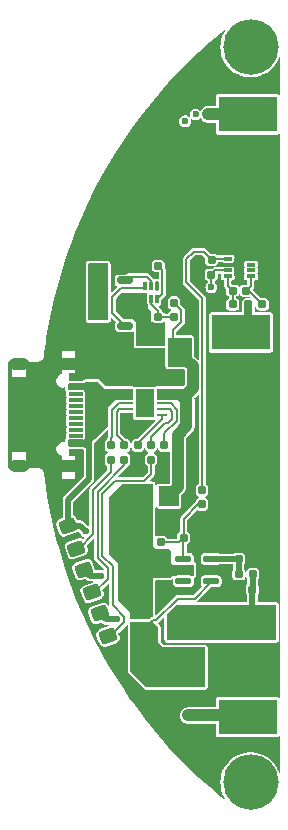
<source format=gbr>
%TF.GenerationSoftware,KiCad,Pcbnew,8.0.5*%
%TF.CreationDate,2025-01-30T00:47:00+01:00*%
%TF.ProjectId,LAMP_OUTDOOR_BATTERY,4c414d50-5f4f-4555-9444-4f4f525f4241,rev?*%
%TF.SameCoordinates,Original*%
%TF.FileFunction,Copper,L1,Top*%
%TF.FilePolarity,Positive*%
%FSLAX46Y46*%
G04 Gerber Fmt 4.6, Leading zero omitted, Abs format (unit mm)*
G04 Created by KiCad (PCBNEW 8.0.5) date 2025-01-30 00:47:00*
%MOMM*%
%LPD*%
G01*
G04 APERTURE LIST*
G04 Aperture macros list*
%AMRoundRect*
0 Rectangle with rounded corners*
0 $1 Rounding radius*
0 $2 $3 $4 $5 $6 $7 $8 $9 X,Y pos of 4 corners*
0 Add a 4 corners polygon primitive as box body*
4,1,4,$2,$3,$4,$5,$6,$7,$8,$9,$2,$3,0*
0 Add four circle primitives for the rounded corners*
1,1,$1+$1,$2,$3*
1,1,$1+$1,$4,$5*
1,1,$1+$1,$6,$7*
1,1,$1+$1,$8,$9*
0 Add four rect primitives between the rounded corners*
20,1,$1+$1,$2,$3,$4,$5,0*
20,1,$1+$1,$4,$5,$6,$7,0*
20,1,$1+$1,$6,$7,$8,$9,0*
20,1,$1+$1,$8,$9,$2,$3,0*%
%AMFreePoly0*
4,1,13,0.453536,0.578536,0.455000,0.575000,0.455000,-0.575000,0.453536,-0.578536,0.450000,-0.580000,-0.150000,-0.580000,-0.153536,-0.578536,-0.155000,-0.575000,-0.155000,0.575000,-0.153536,0.578536,-0.150000,0.580000,0.450000,0.580000,0.453536,0.578536,0.453536,0.578536,$1*%
%AMFreePoly1*
4,1,13,0.153536,0.578536,0.155000,0.575000,0.155000,-0.575000,0.153536,-0.578536,0.150000,-0.580000,-0.450000,-0.580000,-0.453536,-0.578536,-0.455000,-0.575000,-0.455000,0.575000,-0.453536,0.578536,-0.450000,0.580000,0.150000,0.580000,0.153536,0.578536,0.153536,0.578536,$1*%
G04 Aperture macros list end*
%TA.AperFunction,SMDPad,CuDef*%
%ADD10RoundRect,0.147500X0.537500X0.147500X-0.537500X0.147500X-0.537500X-0.147500X0.537500X-0.147500X0*%
%TD*%
%TA.AperFunction,SMDPad,CuDef*%
%ADD11RoundRect,0.033750X0.336250X0.101250X-0.336250X0.101250X-0.336250X-0.101250X0.336250X-0.101250X0*%
%TD*%
%TA.AperFunction,SMDPad,CuDef*%
%ADD12R,0.900000X1.500000*%
%TD*%
%TA.AperFunction,SMDPad,CuDef*%
%ADD13R,0.860000X0.260000*%
%TD*%
%TA.AperFunction,SMDPad,CuDef*%
%ADD14R,1.575000X2.450000*%
%TD*%
%TA.AperFunction,SMDPad,CuDef*%
%ADD15FreePoly0,270.000000*%
%TD*%
%TA.AperFunction,SMDPad,CuDef*%
%ADD16R,1.150000X0.300000*%
%TD*%
%TA.AperFunction,SMDPad,CuDef*%
%ADD17FreePoly1,270.000000*%
%TD*%
%TA.AperFunction,ComponentPad*%
%ADD18O,2.100000X1.000000*%
%TD*%
%TA.AperFunction,ComponentPad*%
%ADD19O,1.800000X1.000000*%
%TD*%
%TA.AperFunction,SMDPad,CuDef*%
%ADD20R,1.700000X0.800000*%
%TD*%
%TA.AperFunction,SMDPad,CuDef*%
%ADD21RoundRect,0.155000X-0.212500X-0.155000X0.212500X-0.155000X0.212500X0.155000X-0.212500X0.155000X0*%
%TD*%
%TA.AperFunction,SMDPad,CuDef*%
%ADD22RoundRect,0.150000X0.512500X0.150000X-0.512500X0.150000X-0.512500X-0.150000X0.512500X-0.150000X0*%
%TD*%
%TA.AperFunction,ConnectorPad*%
%ADD23R,5.000000X3.000000*%
%TD*%
%TA.AperFunction,SMDPad,CuDef*%
%ADD24RoundRect,0.160000X0.160000X-0.197500X0.160000X0.197500X-0.160000X0.197500X-0.160000X-0.197500X0*%
%TD*%
%TA.AperFunction,ComponentPad*%
%ADD25C,3.100000*%
%TD*%
%TA.AperFunction,ConnectorPad*%
%ADD26C,4.700000*%
%TD*%
%TA.AperFunction,SMDPad,CuDef*%
%ADD27RoundRect,0.250000X0.534018X-0.151491X0.311705X0.459309X-0.534018X0.151491X-0.311705X-0.459309X0*%
%TD*%
%TA.AperFunction,SMDPad,CuDef*%
%ADD28RoundRect,0.155000X-0.155000X0.212500X-0.155000X-0.212500X0.155000X-0.212500X0.155000X0.212500X0*%
%TD*%
%TA.AperFunction,SMDPad,CuDef*%
%ADD29RoundRect,0.155000X0.155000X-0.212500X0.155000X0.212500X-0.155000X0.212500X-0.155000X-0.212500X0*%
%TD*%
%TA.AperFunction,SMDPad,CuDef*%
%ADD30RoundRect,0.160000X-0.197500X-0.160000X0.197500X-0.160000X0.197500X0.160000X-0.197500X0.160000X0*%
%TD*%
%TA.AperFunction,SMDPad,CuDef*%
%ADD31RoundRect,0.160000X-0.160000X0.197500X-0.160000X-0.197500X0.160000X-0.197500X0.160000X0.197500X0*%
%TD*%
%TA.AperFunction,SMDPad,CuDef*%
%ADD32RoundRect,0.160000X0.197500X0.160000X-0.197500X0.160000X-0.197500X-0.160000X0.197500X-0.160000X0*%
%TD*%
%TA.AperFunction,SMDPad,CuDef*%
%ADD33RoundRect,0.070000X0.070000X0.355000X-0.070000X0.355000X-0.070000X-0.355000X0.070000X-0.355000X0*%
%TD*%
%TA.AperFunction,SMDPad,CuDef*%
%ADD34RoundRect,0.070000X0.070000X0.305000X-0.070000X0.305000X-0.070000X-0.305000X0.070000X-0.305000X0*%
%TD*%
%TA.AperFunction,ComponentPad*%
%ADD35R,1.700000X1.700000*%
%TD*%
%TA.AperFunction,ComponentPad*%
%ADD36O,1.700000X1.700000*%
%TD*%
%TA.AperFunction,SMDPad,CuDef*%
%ADD37RoundRect,0.250000X-0.650000X1.000000X-0.650000X-1.000000X0.650000X-1.000000X0.650000X1.000000X0*%
%TD*%
%TA.AperFunction,ViaPad*%
%ADD38C,0.600000*%
%TD*%
%TA.AperFunction,Conductor*%
%ADD39C,1.000000*%
%TD*%
%TA.AperFunction,Conductor*%
%ADD40C,0.200000*%
%TD*%
%TA.AperFunction,Conductor*%
%ADD41C,0.500000*%
%TD*%
%TA.AperFunction,Conductor*%
%ADD42C,0.700000*%
%TD*%
G04 APERTURE END LIST*
D10*
%TO.P,U2,1,SW*%
%TO.N,/SW*%
X154430000Y-106020000D03*
%TO.P,U2,2,GND*%
%TO.N,GND*%
X154430000Y-105070000D03*
%TO.P,U2,3,FB*%
%TO.N,/V_FB*%
X154430000Y-104120000D03*
%TO.P,U2,4,EN*%
%TO.N,/EN*%
X152090000Y-104120000D03*
%TO.P,U2,5,IN*%
%TO.N,/IN*%
X152090000Y-105070000D03*
%TO.P,U2,6*%
%TO.N,N/C*%
X152090000Y-106020000D03*
%TD*%
D11*
%TO.P,U3,1,SNSK*%
%TO.N,Net-(U3-SNSK)*%
X157800000Y-80200000D03*
%TO.P,U3,2,NC*%
%TO.N,unconnected-(U3-NC-Pad2)*%
X157800000Y-79700000D03*
%TO.P,U3,3,NC*%
%TO.N,unconnected-(U3-NC-Pad3)*%
X157800000Y-79200000D03*
%TO.P,U3,4,VSS*%
%TO.N,GND*%
X157800000Y-78700000D03*
%TO.P,U3,5,OUT*%
%TO.N,TS*%
X155840000Y-78700000D03*
%TO.P,U3,6,TIME*%
%TO.N,GND*%
X155840000Y-79200000D03*
%TO.P,U3,7,VDD*%
%TO.N,+BATT*%
X155840000Y-79700000D03*
%TO.P,U3,8,SNS*%
%TO.N,Net-(U3-SNS)*%
X155840000Y-80200000D03*
D12*
%TO.P,U3,9,EXP*%
%TO.N,GND*%
X156820000Y-79450000D03*
%TD*%
D13*
%TO.P,U1,1,VDD*%
%TO.N,+5V*%
X147395000Y-89960000D03*
%TO.P,U1,2,VDD*%
X147395000Y-90460000D03*
%TO.P,U1,3,STAT1*%
%TO.N,Net-(U1-STAT1)*%
X147395000Y-90960000D03*
%TO.P,U1,4,STAT2*%
%TO.N,Net-(U1-STAT2)*%
X147395000Y-91460000D03*
%TO.P,U1,5,VSS*%
%TO.N,GND*%
X147395000Y-91960000D03*
%TO.P,U1,6,PROG*%
%TO.N,Net-(U1-PROG)*%
X150265000Y-91960000D03*
%TO.P,U1,7,~{PG}*%
%TO.N,Net-(U1-~{PG})*%
X150265000Y-91460000D03*
%TO.P,U1,8,THERM*%
%TO.N,Net-(U1-THERM)*%
X150265000Y-90960000D03*
%TO.P,U1,9,VBAT*%
%TO.N,+BATT*%
X150265000Y-90460000D03*
%TO.P,U1,10,VBAT*%
X150265000Y-89960000D03*
D14*
%TO.P,U1,11*%
%TO.N,N/C*%
X148830000Y-90960000D03*
%TD*%
D15*
%TO.P,J1,A1,GND*%
%TO.N,GND*%
X142950000Y-88580000D03*
%TO.P,J1,A4,VBUS*%
%TO.N,+5V*%
X142950000Y-89380000D03*
D16*
%TO.P,J1,A5,CC1*%
%TO.N,unconnected-(J1-CC1-PadA5)*%
X142950000Y-90680000D03*
%TO.P,J1,A6,D+1*%
%TO.N,unconnected-(J1-D+1-PadA6)*%
X142950000Y-91680000D03*
%TO.P,J1,A7,D-1*%
%TO.N,unconnected-(J1-D-1-PadA7)*%
X142950000Y-92180000D03*
%TO.P,J1,A8,SBU1*%
%TO.N,unconnected-(J1-SBU1-PadA8)*%
X142950000Y-93180000D03*
D17*
%TO.P,J1,A9,VBUS1*%
%TO.N,+5V*%
X142950000Y-94480000D03*
%TO.P,J1,A12,GND1*%
%TO.N,GND*%
X142950000Y-95280000D03*
D16*
%TO.P,J1,B1,GND3*%
X142950000Y-94980000D03*
%TO.P,J1,B4,VBUS3*%
%TO.N,+5V*%
X142950000Y-94180000D03*
%TO.P,J1,B5,CC2*%
%TO.N,unconnected-(J1-CC2-PadB5)*%
X142950000Y-93680000D03*
%TO.P,J1,B6,D+2*%
%TO.N,unconnected-(J1-D+2-PadB6)*%
X142950000Y-92680000D03*
%TO.P,J1,B7,D-2*%
%TO.N,unconnected-(J1-D-2-PadB7)*%
X142950000Y-91180000D03*
%TO.P,J1,B8,SBU2*%
%TO.N,unconnected-(J1-SBU2-PadB8)*%
X142950000Y-90180000D03*
%TO.P,J1,B9,VBUS2*%
%TO.N,+5V*%
X142950000Y-89680000D03*
%TO.P,J1,B12,GND2*%
%TO.N,GND*%
X142950000Y-88880000D03*
D18*
%TO.P,J1,S1*%
X142385000Y-87610000D03*
%TO.P,J1,S2*%
X142385000Y-96250000D03*
D19*
%TO.P,J1,S3*%
X138205000Y-87610000D03*
%TO.P,J1,S4*%
X138205000Y-96250000D03*
%TD*%
D20*
%TO.P,L1,1,1*%
%TO.N,/SW*%
X148530000Y-109920000D03*
%TO.P,L1,2,2*%
%TO.N,/IN*%
X148530000Y-108620000D03*
%TD*%
D21*
%TO.P,C7,1*%
%TO.N,/Battery-*%
X148812500Y-83640000D03*
%TO.P,C7,2*%
%TO.N,Net-(U4-BAT)*%
X149947500Y-83640000D03*
%TD*%
D22*
%TO.P,Q2,1,G*%
%TO.N,Net-(Q2-G)*%
X147147500Y-84387500D03*
%TO.P,Q2,2,S*%
%TO.N,/Battery-*%
X147147500Y-82487500D03*
%TO.P,Q2,3,D*%
%TO.N,Net-(Q1-D)*%
X144872500Y-83437500D03*
%TD*%
D21*
%TO.P,C5,1*%
%TO.N,Net-(U3-SNS)*%
X156262500Y-81400000D03*
%TO.P,C5,2*%
%TO.N,Net-(U3-SNSK)*%
X157397500Y-81400000D03*
%TD*%
D23*
%TO.P,J6,1,Pin_1*%
%TO.N,/ElecSensor*%
X156940000Y-84950000D03*
%TD*%
D24*
%TO.P,R3,1*%
%TO.N,Net-(D3-K)*%
X149345000Y-95707500D03*
%TO.P,R3,2*%
%TO.N,Net-(U1-~{PG})*%
X149345000Y-94512500D03*
%TD*%
D25*
%TO.P,REF\u002A\u002A,1*%
%TO.N,N/C*%
X157764700Y-123050400D03*
D26*
X157764700Y-123050400D03*
%TD*%
D27*
%TO.P,D3,1,K*%
%TO.N,Net-(D3-K)*%
X145698699Y-110648757D03*
%TO.P,D3,2,A*%
%TO.N,+5V*%
X144997557Y-108722387D03*
%TD*%
D28*
%TO.P,C2,1*%
%TO.N,GND*%
X151870000Y-89072500D03*
%TO.P,C2,2*%
%TO.N,+BATT*%
X151870000Y-90207500D03*
%TD*%
D29*
%TO.P,C3,1*%
%TO.N,GND*%
X150140000Y-106310000D03*
%TO.P,C3,2*%
%TO.N,/IN*%
X150140000Y-105175000D03*
%TD*%
D30*
%TO.P,R7,1*%
%TO.N,/V_FB*%
X156762500Y-104130000D03*
%TO.P,R7,2*%
%TO.N,GND*%
X157957500Y-104130000D03*
%TD*%
D31*
%TO.P,R4,1*%
%TO.N,Net-(U1-PROG)*%
X148210000Y-94512500D03*
%TO.P,R4,2*%
%TO.N,GND*%
X148210000Y-95707500D03*
%TD*%
D24*
%TO.P,R2,1*%
%TO.N,Net-(D2-K)*%
X147075000Y-95707500D03*
%TO.P,R2,2*%
%TO.N,Net-(U1-STAT2)*%
X147075000Y-94512500D03*
%TD*%
D27*
%TO.P,D2,1,K*%
%TO.N,Net-(D2-K)*%
X144351141Y-106946369D03*
%TO.P,D2,2,A*%
%TO.N,+5V*%
X143649999Y-105019999D03*
%TD*%
D32*
%TO.P,R6,1*%
%TO.N,/Led_V+*%
X157957500Y-105430000D03*
%TO.P,R6,2*%
%TO.N,/V_FB*%
X156762500Y-105430000D03*
%TD*%
D30*
%TO.P,R10,1*%
%TO.N,/ElecSensor*%
X157582500Y-82580000D03*
%TO.P,R10,2*%
%TO.N,Net-(U3-SNSK)*%
X158777500Y-82580000D03*
%TD*%
D31*
%TO.P,R5,1*%
%TO.N,Net-(U1-THERM)*%
X150480000Y-94512500D03*
%TO.P,R5,2*%
%TO.N,GND*%
X150480000Y-95707500D03*
%TD*%
D32*
%TO.P,R14,1*%
%TO.N,Net-(U4-V-)*%
X149947500Y-79320000D03*
%TO.P,R14,2*%
%TO.N,GND*%
X148752500Y-79320000D03*
%TD*%
D27*
%TO.P,D1,1,K*%
%TO.N,Net-(D1-K)*%
X143003584Y-103243982D03*
%TO.P,D1,2,A*%
%TO.N,+5V*%
X142302442Y-101317612D03*
%TD*%
D31*
%TO.P,R13,1*%
%TO.N,TS*%
X153650000Y-98292500D03*
%TO.P,R13,2*%
%TO.N,/EN*%
X153650000Y-99487500D03*
%TD*%
D25*
%TO.P,REF\u002A\u002A,1*%
%TO.N,N/C*%
X157764700Y-60789600D03*
D26*
X157764700Y-60789600D03*
%TD*%
D31*
%TO.P,R8,1*%
%TO.N,/EN*%
X150150000Y-102705000D03*
%TO.P,R8,2*%
%TO.N,/IN*%
X150150000Y-103900000D03*
%TD*%
D26*
%TO.P,,1*%
%TO.N,N/C*%
X157764700Y-123050400D03*
%TD*%
D22*
%TO.P,Q1,1,G*%
%TO.N,Net-(Q1-G)*%
X147130000Y-80550000D03*
%TO.P,Q1,2,S*%
%TO.N,GND*%
X147130000Y-78650000D03*
%TO.P,Q1,3,D*%
%TO.N,Net-(Q1-D)*%
X144855000Y-79600000D03*
%TD*%
D23*
%TO.P,J5,1,Pin_1*%
%TO.N,GND*%
X157450000Y-113490000D03*
%TD*%
D32*
%TO.P,R9,1*%
%TO.N,GND*%
X153287500Y-102330000D03*
%TO.P,R9,2*%
%TO.N,/EN*%
X152092500Y-102330000D03*
%TD*%
D23*
%TO.P,J4,1,Pin_1*%
%TO.N,/Led_V+*%
X157450000Y-109500000D03*
%TD*%
D32*
%TO.P,R12,1*%
%TO.N,TS*%
X154467500Y-78800000D03*
%TO.P,R12,2*%
%TO.N,GND*%
X153272500Y-78800000D03*
%TD*%
D28*
%TO.P,C1,1*%
%TO.N,GND*%
X145740000Y-89072500D03*
%TO.P,C1,2*%
%TO.N,+5V*%
X145740000Y-90207500D03*
%TD*%
D21*
%TO.P,C6,1*%
%TO.N,GND*%
X153302500Y-80060000D03*
%TO.P,C6,2*%
%TO.N,+BATT*%
X154437500Y-80060000D03*
%TD*%
D31*
%TO.P,R15,1*%
%TO.N,+BATT*%
X151280000Y-82452500D03*
%TO.P,R15,2*%
%TO.N,Net-(U4-BAT)*%
X151280000Y-83647500D03*
%TD*%
D32*
%TO.P,R11,1*%
%TO.N,Net-(U3-SNS)*%
X156267500Y-82580000D03*
%TO.P,R11,2*%
%TO.N,GND*%
X155072500Y-82580000D03*
%TD*%
D33*
%TO.P,U4,1,NC*%
%TO.N,unconnected-(U4-NC-Pad1)*%
X149850000Y-81030000D03*
D34*
%TO.P,U4,2,COUT*%
%TO.N,Net-(Q1-G)*%
X149350000Y-80980000D03*
%TO.P,U4,3,DOUT*%
%TO.N,Net-(Q2-G)*%
X148850000Y-80980000D03*
%TO.P,U4,4,VSS*%
%TO.N,/Battery-*%
X148850000Y-82130000D03*
%TO.P,U4,5,BAT*%
%TO.N,Net-(U4-BAT)*%
X149350000Y-82130000D03*
%TO.P,U4,6,V-*%
%TO.N,Net-(U4-V-)*%
X149850000Y-82130000D03*
%TD*%
D21*
%TO.P,C4,1*%
%TO.N,GND*%
X156792500Y-106720000D03*
%TO.P,C4,2*%
%TO.N,/Led_V+*%
X157927500Y-106720000D03*
%TD*%
D35*
%TO.P,SW1,1,A*%
%TO.N,+BATT*%
X150830000Y-98810000D03*
D36*
%TO.P,SW1,2,B*%
%TO.N,/IN*%
X148290000Y-98810000D03*
%TD*%
D24*
%TO.P,R1,1*%
%TO.N,Net-(D1-K)*%
X145940000Y-95707500D03*
%TO.P,R1,2*%
%TO.N,Net-(U1-STAT1)*%
X145940000Y-94512500D03*
%TD*%
D37*
%TO.P,D4,1,K*%
%TO.N,/Led_V+*%
X152330000Y-109500000D03*
%TO.P,D4,2,A*%
%TO.N,/SW*%
X152330000Y-113500000D03*
%TD*%
D23*
%TO.P,J3,1,Pin_1*%
%TO.N,/Battery-*%
X157520000Y-117510000D03*
%TD*%
%TO.P,J2,1,Pin_1*%
%TO.N,+BATT*%
X157520000Y-66490000D03*
%TD*%
D38*
%TO.N,+BATT*%
X152220000Y-67080000D03*
X154180000Y-66490000D03*
X153110000Y-66490000D03*
%TO.N,/Battery-*%
X152480000Y-117380000D03*
X153870000Y-117380000D03*
%TO.N,GND*%
X150190000Y-107410000D03*
%TO.N,+5V*%
X146460000Y-109250000D03*
X145100000Y-105550000D03*
X143820000Y-101790000D03*
%TO.N,GND*%
X151820000Y-69850000D03*
X155690000Y-88110000D03*
X151820000Y-76460718D03*
X150790000Y-101180000D03*
X155690000Y-91520718D03*
X147230000Y-69820000D03*
X159060000Y-91520000D03*
X159090000Y-97739282D03*
X151820000Y-73260718D03*
X155300000Y-76390718D03*
X158720000Y-69750000D03*
X155300000Y-73190718D03*
X148190000Y-96800000D03*
X143570000Y-99660000D03*
X140270000Y-91460000D03*
X154200000Y-115680000D03*
X152750000Y-119020000D03*
X147230000Y-76430718D03*
X141120000Y-98230000D03*
X159060000Y-94930718D03*
X159060000Y-88320000D03*
X155720000Y-97740000D03*
X155690000Y-94720718D03*
X159450000Y-105380000D03*
X152549282Y-115680000D03*
X147230000Y-73230718D03*
X147900000Y-93320000D03*
X144990000Y-94710000D03*
X155720000Y-100940000D03*
X140270000Y-88480000D03*
X140910000Y-85690000D03*
X158720000Y-76360718D03*
X159140000Y-100910000D03*
X158720000Y-72950000D03*
X150480000Y-96850000D03*
X155510000Y-107300000D03*
X151099282Y-119020000D03*
X155300000Y-69780000D03*
X159470000Y-107340000D03*
X140270000Y-94280000D03*
X144690000Y-87640000D03*
%TO.N,+BATT*%
X151160000Y-85960000D03*
X151160000Y-87360000D03*
X152410000Y-87360000D03*
X154450000Y-81130000D03*
X152410000Y-85960000D03*
%TO.N,/Battery-*%
X149980000Y-84450000D03*
X149980000Y-85700000D03*
X148580000Y-84450000D03*
X148580000Y-85700000D03*
%TD*%
D39*
%TO.N,+BATT*%
X154180000Y-66490000D02*
X157520000Y-66490000D01*
%TO.N,/Battery-*%
X157390000Y-117380000D02*
X157520000Y-117510000D01*
X152480000Y-117380000D02*
X157390000Y-117380000D01*
X153870000Y-117380000D02*
X157390000Y-117380000D01*
D40*
%TO.N,/SW*%
X151590000Y-107480000D02*
X153040000Y-107480000D01*
X153040000Y-107480000D02*
X154430000Y-106090000D01*
X149775000Y-109295000D02*
X151590000Y-107480000D01*
X149530000Y-109295000D02*
X149775000Y-109295000D01*
X148530000Y-110295000D02*
X149530000Y-109295000D01*
X154430000Y-106090000D02*
X154430000Y-106020000D01*
D41*
%TO.N,+5V*%
X144090000Y-94220000D02*
X144090000Y-97320000D01*
X144180000Y-105550000D02*
X143649999Y-105019999D01*
X142302442Y-101317612D02*
X143347612Y-101317612D01*
X146460000Y-109250000D02*
X145525170Y-109250000D01*
X145100000Y-105550000D02*
X144180000Y-105550000D01*
X144090000Y-97320000D02*
X142302442Y-99107558D01*
X145525170Y-109250000D02*
X144997557Y-108722387D01*
X143347612Y-101317612D02*
X143820000Y-101790000D01*
X142302442Y-99107558D02*
X142302442Y-101317612D01*
D40*
%TO.N,+BATT*%
X154437500Y-81117500D02*
X154450000Y-81130000D01*
X151160000Y-84779972D02*
X151160000Y-85960000D01*
X154437500Y-80060000D02*
X154437500Y-81117500D01*
X151900000Y-83072500D02*
X151900000Y-84039972D01*
D39*
X152330000Y-92890000D02*
X151610000Y-93610000D01*
X151870000Y-90207500D02*
X152330000Y-90667500D01*
D40*
X151280000Y-82452500D02*
X151338750Y-82511250D01*
X151900000Y-84039972D02*
X151160000Y-84779972D01*
D39*
X151610000Y-93610000D02*
X151610000Y-98030000D01*
X152410000Y-87360000D02*
X152880000Y-87830000D01*
X152330000Y-90667500D02*
X152330000Y-92890000D01*
D40*
X154437500Y-80060000D02*
X154797500Y-79700000D01*
X151280000Y-82452500D02*
X151900000Y-83072500D01*
D39*
X152880000Y-89643448D02*
X152315948Y-90207500D01*
X151610000Y-98030000D02*
X150830000Y-98810000D01*
X152880000Y-87830000D02*
X152880000Y-89643448D01*
D40*
X154797500Y-79700000D02*
X155840000Y-79700000D01*
D39*
X152315948Y-90207500D02*
X151870000Y-90207500D01*
D40*
%TO.N,Net-(D1-K)*%
X144420000Y-102038529D02*
X143214547Y-103243982D01*
X145940000Y-96734999D02*
X145940000Y-95707500D01*
X143214547Y-103243982D02*
X143003584Y-103243982D01*
X144420000Y-98254999D02*
X144420000Y-102038529D01*
X144420000Y-98254999D02*
X145940000Y-96734999D01*
%TO.N,Net-(D2-K)*%
X144351141Y-106946369D02*
X144552160Y-106946369D01*
X144820000Y-98420685D02*
X147075000Y-96165685D01*
X144820000Y-104050000D02*
X144820000Y-98420685D01*
X145700000Y-104930000D02*
X144820000Y-104050000D01*
X144552160Y-106946369D02*
X145700000Y-105798529D01*
X145700000Y-105798529D02*
X145700000Y-104930000D01*
X147075000Y-96165685D02*
X147075000Y-95707500D01*
%TO.N,Net-(D3-K)*%
X146100000Y-104764314D02*
X145220000Y-103884314D01*
X145220000Y-103884314D02*
X145220000Y-98586371D01*
X145909772Y-110648757D02*
X147060000Y-109498529D01*
X145220000Y-98586371D02*
X146316371Y-97490000D01*
X149345000Y-96925000D02*
X149345000Y-95707500D01*
X145698699Y-110648757D02*
X145909772Y-110648757D01*
X148780000Y-97490000D02*
X149345000Y-96925000D01*
X147060000Y-109498529D02*
X147060000Y-109001471D01*
X146316371Y-97490000D02*
X148780000Y-97490000D01*
X146100000Y-108041471D02*
X146100000Y-104764314D01*
X147060000Y-109001471D02*
X146100000Y-108041471D01*
%TO.N,Net-(U1-STAT1)*%
X147395000Y-90960000D02*
X146604314Y-90960000D01*
X146040000Y-91524314D02*
X146040000Y-93810000D01*
X145940000Y-93910000D02*
X145940000Y-94512500D01*
X146604314Y-90960000D02*
X146040000Y-91524314D01*
X146040000Y-93810000D02*
X145940000Y-93910000D01*
%TO.N,Net-(U1-STAT2)*%
X147395000Y-91460000D02*
X146670000Y-91460000D01*
X146440000Y-91690000D02*
X146440000Y-93610000D01*
X146670000Y-91460000D02*
X146440000Y-91690000D01*
X146440000Y-93610000D02*
X147075000Y-94245000D01*
X147075000Y-94245000D02*
X147075000Y-94512500D01*
%TO.N,Net-(U1-~{PG})*%
X150925000Y-91460000D02*
X151110000Y-91645000D01*
X150749657Y-92635343D02*
X150485343Y-92635343D01*
X149345000Y-93775686D02*
X149345000Y-94512500D01*
X151110000Y-91645000D02*
X151110000Y-92275000D01*
X151110000Y-92275000D02*
X150749657Y-92635343D01*
X150265000Y-91460000D02*
X150925000Y-91460000D01*
X150485343Y-92635343D02*
X149345000Y-93775686D01*
%TO.N,Net-(U1-PROG)*%
X150265000Y-91960000D02*
X150265000Y-92290000D01*
X148210000Y-94345000D02*
X148210000Y-94512500D01*
X150265000Y-92290000D02*
X148210000Y-94345000D01*
%TO.N,Net-(U1-THERM)*%
X150265000Y-90960000D02*
X150990686Y-90960000D01*
X151510000Y-91479314D02*
X151510000Y-92440686D01*
X150990686Y-90960000D02*
X151510000Y-91479314D01*
X151510000Y-92440686D02*
X150480000Y-93470686D01*
X150480000Y-93470686D02*
X150480000Y-94512500D01*
D41*
%TO.N,/Led_V+*%
X157927500Y-106720000D02*
X157927500Y-110022500D01*
X157957500Y-105430000D02*
X157957500Y-106690000D01*
X157957500Y-106690000D02*
X157927500Y-106720000D01*
X157927500Y-110022500D02*
X157450000Y-110500000D01*
X156047500Y-109097500D02*
X157450000Y-110500000D01*
%TO.N,/V_FB*%
X154430000Y-104120000D02*
X156752500Y-104120000D01*
X156762500Y-104130000D02*
X156762500Y-105430000D01*
X156752500Y-104120000D02*
X156762500Y-104130000D01*
D40*
%TO.N,TS*%
X154467500Y-78800000D02*
X154567500Y-78700000D01*
X154567500Y-78700000D02*
X155840000Y-78700000D01*
X153680000Y-82060000D02*
X152340000Y-80720000D01*
X152340000Y-78720028D02*
X152940028Y-78120000D01*
X152340000Y-80720000D02*
X152340000Y-78720028D01*
X153650000Y-98292500D02*
X153680000Y-98262500D01*
X152940028Y-78120000D02*
X153787500Y-78120000D01*
X153680000Y-98262500D02*
X153680000Y-82060000D01*
X153787500Y-78120000D02*
X154467500Y-78800000D01*
%TO.N,Net-(U3-SNS)*%
X155840000Y-80200000D02*
X155840000Y-80977500D01*
X156262500Y-82575000D02*
X156267500Y-82580000D01*
X156262500Y-81400000D02*
X156262500Y-82575000D01*
X155840000Y-80977500D02*
X156262500Y-81400000D01*
%TO.N,Net-(U3-SNSK)*%
X157597500Y-81400000D02*
X158777500Y-82580000D01*
X157800000Y-80200000D02*
X157800000Y-80997500D01*
X157397500Y-81400000D02*
X157597500Y-81400000D01*
X157800000Y-80997500D02*
X157397500Y-81400000D01*
D42*
%TO.N,/ElecSensor*%
X157582500Y-84307500D02*
X156940000Y-84950000D01*
X157582500Y-82580000D02*
X157582500Y-84307500D01*
D40*
%TO.N,/EN*%
X152092500Y-102330000D02*
X152092500Y-100747500D01*
X152090000Y-104120000D02*
X152090000Y-102332500D01*
X153352500Y-99487500D02*
X153650000Y-99487500D01*
X151717500Y-102705000D02*
X152092500Y-102330000D01*
X152090000Y-102332500D02*
X152092500Y-102330000D01*
X152092500Y-100747500D02*
X153352500Y-99487500D01*
X150150000Y-102705000D02*
X151717500Y-102705000D01*
%TO.N,Net-(U4-BAT)*%
X149350000Y-82530200D02*
X149629800Y-82810000D01*
X149350000Y-82130000D02*
X149350000Y-82530200D01*
X149955000Y-83647500D02*
X149947500Y-83640000D01*
X149630000Y-82810000D02*
X149947500Y-83127500D01*
X151280000Y-83647500D02*
X149955000Y-83647500D01*
X149629800Y-82810000D02*
X149630000Y-82810000D01*
X149947500Y-83127500D02*
X149947500Y-83640000D01*
%TO.N,Net-(Q1-G)*%
X149020200Y-80250000D02*
X149350000Y-80579800D01*
X147130000Y-80550000D02*
X147430000Y-80250000D01*
X147430000Y-80250000D02*
X149020200Y-80250000D01*
X149350000Y-80579800D02*
X149350000Y-80980000D01*
%TO.N,Net-(Q2-G)*%
X147147500Y-84387500D02*
X146040000Y-83280000D01*
X146040000Y-83280000D02*
X146040000Y-81950000D01*
X146840000Y-81150000D02*
X148680000Y-81150000D01*
X146040000Y-81950000D02*
X146840000Y-81150000D01*
X148680000Y-81150000D02*
X148850000Y-80980000D01*
%TO.N,Net-(U4-V-)*%
X149947500Y-79320000D02*
X150290000Y-79662500D01*
X150290000Y-79662500D02*
X150290000Y-81690000D01*
X150290000Y-81690000D02*
X149850000Y-82130000D01*
%TD*%
%TA.AperFunction,Conductor*%
%TO.N,/IN*%
G36*
X149510000Y-108951659D02*
G01*
X149495648Y-108986307D01*
X149473682Y-108998989D01*
X149414013Y-109014977D01*
X149414010Y-109014978D01*
X149345488Y-109054540D01*
X149345488Y-109054541D01*
X149214381Y-109185648D01*
X149179733Y-109200000D01*
X147569000Y-109200000D01*
X147534352Y-109185648D01*
X147520000Y-109151000D01*
X147520000Y-108660000D01*
X147519999Y-108659999D01*
X146535066Y-107714463D01*
X146520010Y-107680115D01*
X146520000Y-107679115D01*
X146520000Y-105730000D01*
X147770000Y-105730000D01*
X149510000Y-105730000D01*
X149510000Y-108951659D01*
G37*
%TD.AperFunction*%
%TD*%
%TA.AperFunction,Conductor*%
%TO.N,/Led_V+*%
G36*
X159935648Y-108014352D02*
G01*
X159950000Y-108049000D01*
X159950000Y-110951000D01*
X159935648Y-110985648D01*
X159901000Y-111000000D01*
X150729000Y-111000000D01*
X150694352Y-110985648D01*
X150680000Y-110951000D01*
X150680000Y-108835267D01*
X150694352Y-108800619D01*
X151480619Y-108014352D01*
X151515267Y-108000000D01*
X159901000Y-108000000D01*
X159935648Y-108014352D01*
G37*
%TD.AperFunction*%
%TD*%
%TA.AperFunction,Conductor*%
%TO.N,Net-(Q1-D)*%
G36*
X145695951Y-79114352D02*
G01*
X145710302Y-79148696D01*
X145739694Y-83880696D01*
X145725558Y-83915432D01*
X145690999Y-83929999D01*
X145690695Y-83930000D01*
X144049000Y-83930000D01*
X144014352Y-83915648D01*
X144000000Y-83881000D01*
X144000000Y-79149000D01*
X144014352Y-79114352D01*
X144049000Y-79100000D01*
X145661303Y-79100000D01*
X145695951Y-79114352D01*
G37*
%TD.AperFunction*%
%TD*%
%TA.AperFunction,Conductor*%
%TO.N,+5V*%
G36*
X144874352Y-89124352D02*
G01*
X145470000Y-89720000D01*
X147793000Y-89720000D01*
X147827648Y-89734352D01*
X147842000Y-89769000D01*
X147842000Y-90580500D01*
X147827648Y-90615148D01*
X147793000Y-90629500D01*
X146945252Y-90629500D01*
X146901389Y-90638224D01*
X146886768Y-90641133D01*
X146871640Y-90651242D01*
X146844417Y-90659500D01*
X146564749Y-90659500D01*
X146488327Y-90679977D01*
X146478877Y-90685432D01*
X146465016Y-90693435D01*
X146440518Y-90700000D01*
X146280000Y-90700000D01*
X145700000Y-91260000D01*
X145700000Y-92829626D01*
X145685648Y-92864274D01*
X145685555Y-92864367D01*
X144569402Y-93974552D01*
X143853052Y-94687072D01*
X143844336Y-94695741D01*
X143809781Y-94710000D01*
X143727466Y-94710000D01*
X143692818Y-94695648D01*
X143685978Y-94687072D01*
X143685303Y-94685997D01*
X143638411Y-94652725D01*
X143610715Y-94633073D01*
X143610713Y-94633072D01*
X143610712Y-94633071D01*
X143603646Y-94630144D01*
X143603637Y-94630142D01*
X143525003Y-94614500D01*
X143525000Y-94614500D01*
X142459175Y-94614500D01*
X142424527Y-94600148D01*
X142416740Y-94590000D01*
X142345515Y-94466635D01*
X142284352Y-94405472D01*
X142270000Y-94370824D01*
X142270000Y-94073248D01*
X142284352Y-94038600D01*
X142319000Y-94024248D01*
X142328552Y-94025189D01*
X142355252Y-94030500D01*
X142355253Y-94030500D01*
X143544745Y-94030500D01*
X143544748Y-94030500D01*
X143603231Y-94018867D01*
X143669552Y-93974552D01*
X143713867Y-93908231D01*
X143725500Y-93849748D01*
X143725500Y-93510252D01*
X143713867Y-93451769D01*
X143713865Y-93451766D01*
X143713865Y-93451765D01*
X143712618Y-93448753D01*
X143712616Y-93411250D01*
X143712618Y-93411247D01*
X143713865Y-93408234D01*
X143713865Y-93408233D01*
X143713867Y-93408231D01*
X143725500Y-93349748D01*
X143725500Y-93010252D01*
X143713867Y-92951769D01*
X143713865Y-92951766D01*
X143713865Y-92951765D01*
X143712618Y-92948753D01*
X143712616Y-92911250D01*
X143712618Y-92911247D01*
X143713865Y-92908234D01*
X143713865Y-92908233D01*
X143713867Y-92908231D01*
X143725500Y-92849748D01*
X143725500Y-92510252D01*
X143713867Y-92451769D01*
X143713865Y-92451766D01*
X143713865Y-92451765D01*
X143712618Y-92448753D01*
X143712616Y-92411250D01*
X143712618Y-92411247D01*
X143713865Y-92408234D01*
X143713865Y-92408233D01*
X143713867Y-92408231D01*
X143725500Y-92349748D01*
X143725500Y-92010252D01*
X143713867Y-91951769D01*
X143713865Y-91951766D01*
X143713865Y-91951765D01*
X143712618Y-91948753D01*
X143712616Y-91911250D01*
X143712618Y-91911247D01*
X143713865Y-91908234D01*
X143713865Y-91908233D01*
X143713867Y-91908231D01*
X143725500Y-91849748D01*
X143725500Y-91510252D01*
X143713867Y-91451769D01*
X143713865Y-91451766D01*
X143713865Y-91451765D01*
X143712618Y-91448753D01*
X143712616Y-91411250D01*
X143712618Y-91411247D01*
X143713865Y-91408234D01*
X143713865Y-91408233D01*
X143713867Y-91408231D01*
X143725500Y-91349748D01*
X143725500Y-91010252D01*
X143713867Y-90951769D01*
X143713865Y-90951766D01*
X143713865Y-90951765D01*
X143712618Y-90948753D01*
X143712616Y-90911250D01*
X143712618Y-90911247D01*
X143713865Y-90908234D01*
X143713865Y-90908233D01*
X143713867Y-90908231D01*
X143725500Y-90849748D01*
X143725500Y-90510252D01*
X143713867Y-90451769D01*
X143713865Y-90451766D01*
X143713865Y-90451765D01*
X143712618Y-90448753D01*
X143712616Y-90411250D01*
X143712618Y-90411247D01*
X143713865Y-90408234D01*
X143713865Y-90408233D01*
X143713867Y-90408231D01*
X143725500Y-90349748D01*
X143725500Y-90010252D01*
X143713867Y-89951769D01*
X143687301Y-89912012D01*
X143669552Y-89885447D01*
X143629795Y-89858882D01*
X143603231Y-89841133D01*
X143544748Y-89829500D01*
X142355252Y-89829500D01*
X142328557Y-89834809D01*
X142291777Y-89827493D01*
X142270941Y-89796310D01*
X142270000Y-89786751D01*
X142270000Y-89489176D01*
X142284352Y-89454528D01*
X142345514Y-89393366D01*
X142345515Y-89393365D01*
X142416740Y-89269999D01*
X142446493Y-89247170D01*
X142459175Y-89245500D01*
X143525000Y-89245500D01*
X143603644Y-89229856D01*
X143610715Y-89226927D01*
X143669003Y-89190302D01*
X143711334Y-89130644D01*
X143743089Y-89110692D01*
X143751296Y-89110000D01*
X144839704Y-89110000D01*
X144874352Y-89124352D01*
G37*
%TD.AperFunction*%
%TD*%
%TA.AperFunction,Conductor*%
%TO.N,/SW*%
G36*
X149494352Y-109444352D02*
G01*
X149935648Y-109885648D01*
X149950000Y-109920296D01*
X149950000Y-111250000D01*
X149950001Y-111250001D01*
X150349999Y-111610000D01*
X150350000Y-111610000D01*
X153890855Y-111610000D01*
X153925503Y-111624352D01*
X153939855Y-111659000D01*
X153933995Y-113640000D01*
X153930145Y-114941145D01*
X153915691Y-114975751D01*
X153881145Y-114990000D01*
X148940403Y-114990000D01*
X148905755Y-114975648D01*
X148905626Y-114975519D01*
X147594223Y-113654329D01*
X147580000Y-113619810D01*
X147580000Y-109479000D01*
X147594352Y-109444352D01*
X147629000Y-109430000D01*
X149459704Y-109430000D01*
X149494352Y-109444352D01*
G37*
%TD.AperFunction*%
%TD*%
%TA.AperFunction,Conductor*%
%TO.N,/IN*%
G36*
X149495648Y-97784352D02*
G01*
X149510000Y-97819000D01*
X149510000Y-100700000D01*
X149510000Y-100810000D01*
X149510000Y-103010000D01*
X149770000Y-103310000D01*
X150788444Y-103310000D01*
X150823092Y-103324352D01*
X150824565Y-103325889D01*
X151017121Y-103535950D01*
X151030000Y-103569061D01*
X151030000Y-104480000D01*
X151160000Y-104600000D01*
X151428947Y-104600000D01*
X151450465Y-104604978D01*
X151451825Y-104605643D01*
X151451826Y-104605643D01*
X151451830Y-104605645D01*
X151504207Y-104613276D01*
X151519470Y-104615500D01*
X151519472Y-104615500D01*
X152660530Y-104615500D01*
X152674244Y-104613501D01*
X152728170Y-104605645D01*
X152728347Y-104605558D01*
X152729535Y-104604978D01*
X152751053Y-104600000D01*
X152931000Y-104600000D01*
X152965648Y-104614352D01*
X152980000Y-104649000D01*
X152980000Y-105491000D01*
X152965648Y-105525648D01*
X152931000Y-105540000D01*
X152751053Y-105540000D01*
X152729535Y-105535022D01*
X152728174Y-105534356D01*
X152728170Y-105534355D01*
X152705622Y-105531070D01*
X152660530Y-105524500D01*
X152660528Y-105524500D01*
X151519472Y-105524500D01*
X151519470Y-105524500D01*
X151451830Y-105534355D01*
X151451825Y-105534356D01*
X151450465Y-105535022D01*
X151428947Y-105540000D01*
X151160000Y-105540000D01*
X150933365Y-105719418D01*
X150902953Y-105730000D01*
X146520000Y-105730000D01*
X146520000Y-104450000D01*
X145774817Y-103724427D01*
X145760004Y-103689973D01*
X145760000Y-103689320D01*
X145760000Y-98950784D01*
X145774352Y-98916136D01*
X145774944Y-98915554D01*
X146924548Y-97804270D01*
X146958604Y-97790500D01*
X148819564Y-97790500D01*
X148889838Y-97771670D01*
X148902520Y-97770000D01*
X149461000Y-97770000D01*
X149495648Y-97784352D01*
G37*
%TD.AperFunction*%
%TD*%
%TA.AperFunction,Conductor*%
%TO.N,/Battery-*%
G36*
X149027943Y-81644352D02*
G01*
X149042295Y-81679000D01*
X149034037Y-81706222D01*
X149025195Y-81719454D01*
X149025195Y-81719456D01*
X149009500Y-81798360D01*
X149009500Y-82461640D01*
X149025195Y-82540544D01*
X149045404Y-82570789D01*
X149048206Y-82574982D01*
X149054794Y-82589522D01*
X149069978Y-82646187D01*
X149069979Y-82646191D01*
X149093435Y-82686816D01*
X149100000Y-82711316D01*
X149100000Y-82890000D01*
X149365648Y-83155648D01*
X149380000Y-83190296D01*
X149380000Y-83444274D01*
X149379622Y-83449484D01*
X149379628Y-83449485D01*
X149379500Y-83451253D01*
X149379500Y-83828748D01*
X149379628Y-83830517D01*
X149379622Y-83830517D01*
X149380000Y-83835726D01*
X149380000Y-84060000D01*
X148080000Y-84060000D01*
X148080000Y-84068846D01*
X147989550Y-83974917D01*
X147850000Y-83830000D01*
X147849999Y-83830000D01*
X147080296Y-83830000D01*
X147045648Y-83815648D01*
X146424352Y-83194352D01*
X146410000Y-83159704D01*
X146410000Y-82090296D01*
X146424352Y-82055648D01*
X146835648Y-81644352D01*
X146870296Y-81630000D01*
X148993295Y-81630000D01*
X149027943Y-81644352D01*
G37*
%TD.AperFunction*%
%TD*%
%TA.AperFunction,Conductor*%
%TO.N,+BATT*%
G36*
X152305511Y-89714409D02*
G01*
X152320000Y-89749000D01*
X152320000Y-90661000D01*
X152305648Y-90695648D01*
X152271000Y-90710000D01*
X151171802Y-90710000D01*
X151147302Y-90703435D01*
X151106677Y-90679979D01*
X151106673Y-90679978D01*
X151030250Y-90659500D01*
X151030248Y-90659500D01*
X150815583Y-90659500D01*
X150788360Y-90651242D01*
X150773231Y-90641133D01*
X150714748Y-90629500D01*
X150714745Y-90629500D01*
X149867000Y-90629500D01*
X149832352Y-90615148D01*
X149818000Y-90580500D01*
X149818000Y-89758695D01*
X149832352Y-89724047D01*
X149866802Y-89709696D01*
X152270807Y-89700194D01*
X152305511Y-89714409D01*
G37*
%TD.AperFunction*%
%TD*%
%TA.AperFunction,Conductor*%
%TO.N,/Battery-*%
G36*
X149511599Y-84074352D02*
G01*
X149525571Y-84088324D01*
X149525572Y-84088324D01*
X149525574Y-84088326D01*
X149562648Y-84106450D01*
X149632160Y-84140433D01*
X149685665Y-84148228D01*
X149701256Y-84150500D01*
X149701258Y-84150500D01*
X150193744Y-84150500D01*
X150207753Y-84148458D01*
X150262840Y-84140433D01*
X150369429Y-84088324D01*
X150383401Y-84074352D01*
X150418049Y-84060000D01*
X150491000Y-84060000D01*
X150525648Y-84074352D01*
X150540000Y-84109000D01*
X150540000Y-86031000D01*
X150525648Y-86065648D01*
X150491000Y-86080000D01*
X148129000Y-86080000D01*
X148094352Y-86065648D01*
X148080000Y-86031000D01*
X148080000Y-84068846D01*
X148080000Y-84060000D01*
X149380000Y-84060000D01*
X149476951Y-84060000D01*
X149511599Y-84074352D01*
G37*
%TD.AperFunction*%
%TD*%
%TA.AperFunction,Conductor*%
%TO.N,+BATT*%
G36*
X152775648Y-85414352D02*
G01*
X152790000Y-85449000D01*
X152790000Y-87811000D01*
X152775648Y-87845648D01*
X152741000Y-87860000D01*
X150819000Y-87860000D01*
X150784352Y-87845648D01*
X150770000Y-87811000D01*
X150770000Y-85449000D01*
X150784352Y-85414352D01*
X150819000Y-85400000D01*
X152741000Y-85400000D01*
X152775648Y-85414352D01*
G37*
%TD.AperFunction*%
%TD*%
%TA.AperFunction,Conductor*%
%TO.N,GND*%
G36*
X153365148Y-90218252D02*
G01*
X153379500Y-90252900D01*
X153379500Y-97717158D01*
X153365148Y-97751806D01*
X153352021Y-97761179D01*
X153277628Y-97797548D01*
X153277623Y-97797552D01*
X153192552Y-97882623D01*
X153192550Y-97882627D01*
X153139709Y-97990713D01*
X153139709Y-97990714D01*
X153129500Y-98060783D01*
X153129500Y-98524216D01*
X153139708Y-98594285D01*
X153139708Y-98594286D01*
X153192549Y-98702372D01*
X153192550Y-98702374D01*
X153192551Y-98702375D01*
X153277625Y-98787449D01*
X153385714Y-98840291D01*
X153394093Y-98841511D01*
X153426309Y-98860707D01*
X153435517Y-98897062D01*
X153416321Y-98929279D01*
X153394096Y-98938487D01*
X153385713Y-98939708D01*
X153277627Y-98992549D01*
X153277623Y-98992552D01*
X153192552Y-99077623D01*
X153192550Y-99077627D01*
X153139709Y-99185713D01*
X153139709Y-99185714D01*
X153129500Y-99255783D01*
X153129500Y-99265232D01*
X153115148Y-99299880D01*
X151907989Y-100507040D01*
X151852041Y-100562988D01*
X151852040Y-100562988D01*
X151812479Y-100631508D01*
X151812479Y-100631510D01*
X151792000Y-100707936D01*
X151792000Y-101788493D01*
X151777648Y-101823141D01*
X151764521Y-101832514D01*
X151682627Y-101872549D01*
X151682623Y-101872552D01*
X151597552Y-101957623D01*
X151597550Y-101957627D01*
X151545853Y-102063374D01*
X151544709Y-102065714D01*
X151534500Y-102135785D01*
X151534500Y-102266102D01*
X151534501Y-102355500D01*
X151520149Y-102390148D01*
X151485501Y-102404500D01*
X150691507Y-102404500D01*
X150656859Y-102390148D01*
X150647486Y-102377021D01*
X150607450Y-102295127D01*
X150607449Y-102295126D01*
X150607449Y-102295125D01*
X150522375Y-102210051D01*
X150414286Y-102157209D01*
X150390929Y-102153806D01*
X150344217Y-102147000D01*
X149955783Y-102147000D01*
X149885714Y-102157208D01*
X149885713Y-102157208D01*
X149786021Y-102205946D01*
X149748590Y-102208270D01*
X149720479Y-102183446D01*
X149715500Y-102161925D01*
X149715500Y-99786569D01*
X149729852Y-99751921D01*
X149764500Y-99737569D01*
X149799148Y-99751921D01*
X149805242Y-99759346D01*
X149835447Y-99804552D01*
X149862012Y-99822301D01*
X149901769Y-99848867D01*
X149960252Y-99860500D01*
X149960255Y-99860500D01*
X151699745Y-99860500D01*
X151699748Y-99860500D01*
X151758231Y-99848867D01*
X151824552Y-99804552D01*
X151868867Y-99738231D01*
X151880500Y-99679748D01*
X151880500Y-98770453D01*
X151894852Y-98735805D01*
X151934167Y-98696490D01*
X152154114Y-98476543D01*
X152230775Y-98361811D01*
X152283580Y-98234328D01*
X152310500Y-98098994D01*
X152310500Y-97961006D01*
X152310500Y-93920452D01*
X152324852Y-93885805D01*
X152595205Y-93615452D01*
X152874114Y-93336543D01*
X152950775Y-93221811D01*
X153003580Y-93094328D01*
X153030500Y-92958994D01*
X153030500Y-92821006D01*
X153030500Y-90598507D01*
X153016545Y-90528354D01*
X153023860Y-90491574D01*
X153029950Y-90484153D01*
X153295853Y-90218251D01*
X153330500Y-90203900D01*
X153365148Y-90218252D01*
G37*
%TD.AperFunction*%
%TA.AperFunction,Conductor*%
G36*
X145725241Y-93183848D02*
G01*
X145739500Y-93218403D01*
X145739500Y-93665233D01*
X145725148Y-93699881D01*
X145699541Y-93725488D01*
X145699540Y-93725488D01*
X145659979Y-93794008D01*
X145659979Y-93794010D01*
X145639500Y-93870436D01*
X145639500Y-93951825D01*
X145625148Y-93986473D01*
X145612022Y-93995846D01*
X145567625Y-94017551D01*
X145567623Y-94017552D01*
X145482552Y-94102623D01*
X145482550Y-94102627D01*
X145429709Y-94210713D01*
X145429709Y-94210714D01*
X145419500Y-94280783D01*
X145419500Y-94744216D01*
X145429708Y-94814285D01*
X145429708Y-94814286D01*
X145482549Y-94922372D01*
X145482550Y-94922374D01*
X145482551Y-94922375D01*
X145567625Y-95007449D01*
X145675714Y-95060291D01*
X145684093Y-95061511D01*
X145716309Y-95080707D01*
X145725517Y-95117062D01*
X145706321Y-95149279D01*
X145684096Y-95158487D01*
X145675713Y-95159708D01*
X145567627Y-95212549D01*
X145567623Y-95212552D01*
X145482552Y-95297623D01*
X145482550Y-95297627D01*
X145429709Y-95405713D01*
X145429709Y-95405714D01*
X145419500Y-95475783D01*
X145419500Y-95939216D01*
X145429708Y-96009285D01*
X145429708Y-96009286D01*
X145482549Y-96117372D01*
X145482550Y-96117374D01*
X145482551Y-96117375D01*
X145567625Y-96202449D01*
X145567628Y-96202450D01*
X145567629Y-96202451D01*
X145612020Y-96224152D01*
X145636845Y-96252262D01*
X145639500Y-96268173D01*
X145639500Y-96590232D01*
X145625148Y-96624880D01*
X144179541Y-98070487D01*
X144179540Y-98070487D01*
X144139979Y-98139007D01*
X144139979Y-98139009D01*
X144119500Y-98215435D01*
X144119500Y-101297794D01*
X144105148Y-101332442D01*
X144070500Y-101346794D01*
X144044010Y-101339016D01*
X144030053Y-101330046D01*
X143995472Y-101319893D01*
X143974629Y-101307526D01*
X143624226Y-100957123D01*
X143521500Y-100897813D01*
X143521498Y-100897812D01*
X143497285Y-100891325D01*
X143467163Y-100883254D01*
X143406923Y-100867112D01*
X143406921Y-100867112D01*
X143131076Y-100867112D01*
X143096428Y-100852760D01*
X143085031Y-100834871D01*
X143063035Y-100774438D01*
X143018919Y-100653229D01*
X143008624Y-100631508D01*
X143005829Y-100625609D01*
X143005825Y-100625603D01*
X142919840Y-100520497D01*
X142919839Y-100520496D01*
X142806687Y-100445399D01*
X142806686Y-100445398D01*
X142806685Y-100445398D01*
X142788082Y-100439912D01*
X142758908Y-100416346D01*
X142752942Y-100392913D01*
X142752942Y-99314457D01*
X142767294Y-99279809D01*
X143570561Y-98476542D01*
X144450490Y-97596614D01*
X144509799Y-97493887D01*
X144521441Y-97450438D01*
X144540500Y-97379309D01*
X144540500Y-94313516D01*
X144554852Y-94278868D01*
X144554945Y-94278775D01*
X144589405Y-94244500D01*
X144714322Y-94120251D01*
X145655945Y-93183661D01*
X145690631Y-93169403D01*
X145725241Y-93183848D01*
G37*
%TD.AperFunction*%
%TA.AperFunction,Conductor*%
G36*
X149951782Y-94732200D02*
G01*
X149960988Y-94754427D01*
X149969708Y-94814285D01*
X149969708Y-94814286D01*
X150022549Y-94922372D01*
X150022550Y-94922374D01*
X150022551Y-94922375D01*
X150107625Y-95007449D01*
X150215714Y-95060291D01*
X150285785Y-95070500D01*
X150674214Y-95070499D01*
X150674216Y-95070499D01*
X150720928Y-95063693D01*
X150744286Y-95060291D01*
X150838981Y-95013996D01*
X150876410Y-95011673D01*
X150904521Y-95036497D01*
X150909500Y-95058018D01*
X150909500Y-97710500D01*
X150895148Y-97745148D01*
X150860500Y-97759500D01*
X149960252Y-97759500D01*
X149901769Y-97771133D01*
X149835447Y-97815447D01*
X149805242Y-97860653D01*
X149774059Y-97881489D01*
X149737277Y-97874172D01*
X149716441Y-97842989D01*
X149715500Y-97833430D01*
X149715500Y-97819003D01*
X149715500Y-97819000D01*
X149699857Y-97740357D01*
X149690247Y-97717158D01*
X149685508Y-97705716D01*
X149685509Y-97705716D01*
X149648877Y-97647416D01*
X149574293Y-97594496D01*
X149539646Y-97580144D01*
X149539640Y-97580142D01*
X149507926Y-97573834D01*
X149461000Y-97564500D01*
X149460997Y-97564500D01*
X149248767Y-97564500D01*
X149214119Y-97550148D01*
X149199767Y-97515500D01*
X149214119Y-97480852D01*
X149585459Y-97109512D01*
X149585460Y-97109511D01*
X149625022Y-97040988D01*
X149645499Y-96964565D01*
X149645500Y-96964565D01*
X149645500Y-96268173D01*
X149659852Y-96233525D01*
X149672980Y-96224152D01*
X149717375Y-96202449D01*
X149802449Y-96117375D01*
X149855291Y-96009286D01*
X149865500Y-95939215D01*
X149865499Y-95475786D01*
X149864011Y-95465573D01*
X149855291Y-95405714D01*
X149855291Y-95405713D01*
X149802450Y-95297627D01*
X149802449Y-95297626D01*
X149802449Y-95297625D01*
X149717375Y-95212551D01*
X149609286Y-95159709D01*
X149600903Y-95158487D01*
X149568688Y-95139290D01*
X149559482Y-95102934D01*
X149578680Y-95070718D01*
X149600908Y-95061512D01*
X149609284Y-95060292D01*
X149609286Y-95060291D01*
X149619869Y-95055117D01*
X149717375Y-95007449D01*
X149802449Y-94922375D01*
X149855291Y-94814286D01*
X149864012Y-94754425D01*
X149883209Y-94722209D01*
X149919565Y-94713003D01*
X149951782Y-94732200D01*
G37*
%TD.AperFunction*%
%TA.AperFunction,Conductor*%
G36*
X148816782Y-94732200D02*
G01*
X148825988Y-94754427D01*
X148834708Y-94814285D01*
X148834708Y-94814286D01*
X148887549Y-94922372D01*
X148887550Y-94922374D01*
X148887551Y-94922375D01*
X148972625Y-95007449D01*
X149080714Y-95060291D01*
X149089093Y-95061511D01*
X149121309Y-95080707D01*
X149130517Y-95117062D01*
X149111321Y-95149279D01*
X149089096Y-95158487D01*
X149080713Y-95159708D01*
X148972627Y-95212549D01*
X148972623Y-95212552D01*
X148887552Y-95297623D01*
X148887550Y-95297627D01*
X148834709Y-95405713D01*
X148834709Y-95405714D01*
X148824500Y-95475783D01*
X148824500Y-95939216D01*
X148834708Y-96009285D01*
X148834708Y-96009286D01*
X148887549Y-96117372D01*
X148887550Y-96117374D01*
X148887551Y-96117375D01*
X148972625Y-96202449D01*
X148972628Y-96202450D01*
X148972629Y-96202451D01*
X149017020Y-96224152D01*
X149041845Y-96252262D01*
X149044500Y-96268173D01*
X149044500Y-96780233D01*
X149030148Y-96814881D01*
X148669881Y-97175148D01*
X148635233Y-97189500D01*
X146594452Y-97189500D01*
X146559804Y-97175148D01*
X146545452Y-97140500D01*
X146559804Y-97105852D01*
X147315459Y-96350197D01*
X147315460Y-96350196D01*
X147355022Y-96281673D01*
X147359756Y-96264003D01*
X147382585Y-96234251D01*
X147385566Y-96232665D01*
X147402980Y-96224152D01*
X147447375Y-96202449D01*
X147532449Y-96117375D01*
X147585291Y-96009286D01*
X147595500Y-95939215D01*
X147595499Y-95475786D01*
X147594011Y-95465573D01*
X147585291Y-95405714D01*
X147585291Y-95405713D01*
X147532450Y-95297627D01*
X147532449Y-95297626D01*
X147532449Y-95297625D01*
X147447375Y-95212551D01*
X147339286Y-95159709D01*
X147330903Y-95158487D01*
X147298688Y-95139290D01*
X147289482Y-95102934D01*
X147308680Y-95070718D01*
X147330908Y-95061512D01*
X147339284Y-95060292D01*
X147339286Y-95060291D01*
X147349869Y-95055117D01*
X147447375Y-95007449D01*
X147532449Y-94922375D01*
X147585291Y-94814286D01*
X147594012Y-94754425D01*
X147613209Y-94722209D01*
X147649565Y-94713003D01*
X147681782Y-94732200D01*
X147690988Y-94754427D01*
X147699708Y-94814285D01*
X147699708Y-94814286D01*
X147752549Y-94922372D01*
X147752550Y-94922374D01*
X147752551Y-94922375D01*
X147837625Y-95007449D01*
X147945714Y-95060291D01*
X148015785Y-95070500D01*
X148404214Y-95070499D01*
X148404216Y-95070499D01*
X148450928Y-95063693D01*
X148474286Y-95060291D01*
X148582375Y-95007449D01*
X148667449Y-94922375D01*
X148720291Y-94814286D01*
X148729012Y-94754425D01*
X148748209Y-94722209D01*
X148784565Y-94713003D01*
X148816782Y-94732200D01*
G37*
%TD.AperFunction*%
%TA.AperFunction,Conductor*%
G36*
X146871639Y-91768757D02*
G01*
X146886769Y-91778867D01*
X146945252Y-91790500D01*
X147793000Y-91790500D01*
X147827648Y-91804852D01*
X147842000Y-91839500D01*
X147842000Y-92204748D01*
X147853633Y-92263231D01*
X147868673Y-92285740D01*
X147897947Y-92329552D01*
X147905866Y-92334843D01*
X147964269Y-92373867D01*
X148022752Y-92385500D01*
X148022755Y-92385500D01*
X149626233Y-92385500D01*
X149660881Y-92399852D01*
X149675233Y-92434500D01*
X149660881Y-92469148D01*
X148189879Y-93940148D01*
X148155231Y-93954500D01*
X148015783Y-93954500D01*
X147945714Y-93964708D01*
X147945713Y-93964708D01*
X147837627Y-94017549D01*
X147837623Y-94017552D01*
X147752552Y-94102623D01*
X147752550Y-94102627D01*
X147699709Y-94210713D01*
X147699709Y-94210714D01*
X147690987Y-94270573D01*
X147671789Y-94302790D01*
X147635434Y-94311996D01*
X147603217Y-94292798D01*
X147594011Y-94270571D01*
X147585291Y-94210715D01*
X147585291Y-94210713D01*
X147532450Y-94102627D01*
X147532449Y-94102626D01*
X147532449Y-94102625D01*
X147447375Y-94017551D01*
X147339286Y-93964709D01*
X147315929Y-93961306D01*
X147269217Y-93954500D01*
X147269215Y-93954500D01*
X147229767Y-93954500D01*
X147195119Y-93940148D01*
X146754852Y-93499881D01*
X146740500Y-93465233D01*
X146740500Y-91834767D01*
X146754852Y-91800119D01*
X146780119Y-91774852D01*
X146814767Y-91760500D01*
X146844417Y-91760500D01*
X146871639Y-91768757D01*
G37*
%TD.AperFunction*%
%TA.AperFunction,Conductor*%
G36*
X155598726Y-59381202D02*
G01*
X155609050Y-59417256D01*
X155601739Y-59437946D01*
X155525261Y-59558457D01*
X155388615Y-59848843D01*
X155289442Y-60154065D01*
X155229307Y-60469308D01*
X155209157Y-60789595D01*
X155209157Y-60789604D01*
X155229307Y-61109891D01*
X155289442Y-61425134D01*
X155388615Y-61730356D01*
X155525261Y-62020742D01*
X155697219Y-62291706D01*
X155901783Y-62538983D01*
X155901790Y-62538991D01*
X156135731Y-62758676D01*
X156135734Y-62758678D01*
X156135736Y-62758680D01*
X156395372Y-62947316D01*
X156676603Y-63101924D01*
X156974994Y-63220066D01*
X157285839Y-63299877D01*
X157604236Y-63340100D01*
X157604237Y-63340100D01*
X157925163Y-63340100D01*
X157925164Y-63340100D01*
X158243561Y-63299877D01*
X158554406Y-63220066D01*
X158852797Y-63101924D01*
X159134028Y-62947316D01*
X159393664Y-62758680D01*
X159627611Y-62538990D01*
X159832178Y-62291710D01*
X160004139Y-62020742D01*
X160140784Y-61730358D01*
X160168597Y-61644756D01*
X160192953Y-61616240D01*
X160230341Y-61613297D01*
X160258858Y-61637653D01*
X160264199Y-61659899D01*
X160264199Y-64833048D01*
X160249847Y-64867696D01*
X160215199Y-64882048D01*
X160180551Y-64867696D01*
X160174457Y-64860271D01*
X160164552Y-64845447D01*
X160124795Y-64818882D01*
X160098231Y-64801133D01*
X160039748Y-64789500D01*
X155000252Y-64789500D01*
X154941769Y-64801133D01*
X154875447Y-64845447D01*
X154850992Y-64882048D01*
X154831133Y-64911769D01*
X154819500Y-64970252D01*
X154819500Y-64970255D01*
X154819500Y-65740500D01*
X154805148Y-65775148D01*
X154770500Y-65789500D01*
X154111001Y-65789500D01*
X153975681Y-65816417D01*
X153975670Y-65816420D01*
X153848192Y-65869223D01*
X153733460Y-65945883D01*
X153635883Y-66043460D01*
X153562492Y-66153298D01*
X153531309Y-66174134D01*
X153494527Y-66166817D01*
X153484718Y-66158163D01*
X153441128Y-66107857D01*
X153320053Y-66030047D01*
X153320050Y-66030046D01*
X153181965Y-65989500D01*
X153181961Y-65989500D01*
X153038039Y-65989500D01*
X153038034Y-65989500D01*
X152899949Y-66030046D01*
X152778871Y-66107857D01*
X152684625Y-66216623D01*
X152684624Y-66216625D01*
X152624833Y-66347545D01*
X152604353Y-66489997D01*
X152604353Y-66490002D01*
X152624833Y-66632455D01*
X152628956Y-66641482D01*
X152630293Y-66678962D01*
X152604737Y-66706409D01*
X152567257Y-66707746D01*
X152552293Y-66698866D01*
X152551129Y-66697857D01*
X152501586Y-66666018D01*
X152430053Y-66620047D01*
X152430050Y-66620046D01*
X152291965Y-66579500D01*
X152291961Y-66579500D01*
X152148039Y-66579500D01*
X152148034Y-66579500D01*
X152009949Y-66620046D01*
X151888871Y-66697857D01*
X151794625Y-66806623D01*
X151794624Y-66806625D01*
X151734833Y-66937545D01*
X151714353Y-67079997D01*
X151714353Y-67080002D01*
X151734833Y-67222454D01*
X151742618Y-67239500D01*
X151794623Y-67353373D01*
X151794624Y-67353374D01*
X151794625Y-67353376D01*
X151888871Y-67462142D01*
X151888872Y-67462143D01*
X152009947Y-67539953D01*
X152086785Y-67562514D01*
X152148034Y-67580499D01*
X152148037Y-67580499D01*
X152148039Y-67580500D01*
X152148040Y-67580500D01*
X152291960Y-67580500D01*
X152291961Y-67580500D01*
X152291963Y-67580499D01*
X152291965Y-67580499D01*
X152314795Y-67573795D01*
X152430053Y-67539953D01*
X152551128Y-67462143D01*
X152645377Y-67353373D01*
X152705165Y-67222457D01*
X152705165Y-67222455D01*
X152705166Y-67222454D01*
X152725647Y-67080002D01*
X152725647Y-67079997D01*
X152705165Y-66937544D01*
X152705165Y-66937542D01*
X152701044Y-66928518D01*
X152699706Y-66891039D01*
X152725261Y-66863591D01*
X152762740Y-66862253D01*
X152777706Y-66871133D01*
X152778870Y-66872142D01*
X152800864Y-66886276D01*
X152899947Y-66949953D01*
X152976785Y-66972514D01*
X153038034Y-66990499D01*
X153038037Y-66990499D01*
X153038039Y-66990500D01*
X153038040Y-66990500D01*
X153181960Y-66990500D01*
X153181961Y-66990500D01*
X153181963Y-66990499D01*
X153181965Y-66990499D01*
X153204795Y-66983795D01*
X153320053Y-66949953D01*
X153441128Y-66872143D01*
X153484720Y-66821833D01*
X153518254Y-66805048D01*
X153553838Y-66816891D01*
X153562492Y-66826700D01*
X153635883Y-66936539D01*
X153733460Y-67034116D01*
X153779102Y-67064613D01*
X153848189Y-67110775D01*
X153975672Y-67163580D01*
X153975678Y-67163581D01*
X153975681Y-67163582D01*
X154111001Y-67190499D01*
X154111007Y-67190500D01*
X154770500Y-67190500D01*
X154805148Y-67204852D01*
X154819500Y-67239500D01*
X154819500Y-68009748D01*
X154831133Y-68068231D01*
X154848882Y-68094795D01*
X154875447Y-68134552D01*
X154894004Y-68146951D01*
X154941769Y-68178867D01*
X155000252Y-68190500D01*
X155000255Y-68190500D01*
X160039745Y-68190500D01*
X160039748Y-68190500D01*
X160098231Y-68178867D01*
X160164552Y-68134552D01*
X160174457Y-68119729D01*
X160205639Y-68098893D01*
X160242421Y-68106209D01*
X160263257Y-68137391D01*
X160264199Y-68146951D01*
X160264199Y-115853048D01*
X160249847Y-115887696D01*
X160215199Y-115902048D01*
X160180551Y-115887696D01*
X160174457Y-115880271D01*
X160164552Y-115865447D01*
X160124795Y-115838882D01*
X160098231Y-115821133D01*
X160039748Y-115809500D01*
X155000252Y-115809500D01*
X154941769Y-115821133D01*
X154875447Y-115865447D01*
X154850992Y-115902048D01*
X154831133Y-115931769D01*
X154819500Y-115990252D01*
X154819500Y-115990255D01*
X154819500Y-116630500D01*
X154805148Y-116665148D01*
X154770500Y-116679500D01*
X152411001Y-116679500D01*
X152275681Y-116706417D01*
X152275670Y-116706420D01*
X152148192Y-116759223D01*
X152033460Y-116835883D01*
X151935883Y-116933460D01*
X151859223Y-117048192D01*
X151806420Y-117175670D01*
X151806417Y-117175681D01*
X151779500Y-117311001D01*
X151779500Y-117448998D01*
X151806417Y-117584318D01*
X151806420Y-117584328D01*
X151859225Y-117711811D01*
X151890137Y-117758074D01*
X151935883Y-117826539D01*
X152033460Y-117924116D01*
X152079102Y-117954613D01*
X152148189Y-118000775D01*
X152275672Y-118053580D01*
X152275678Y-118053581D01*
X152275681Y-118053582D01*
X152411001Y-118080499D01*
X152411007Y-118080500D01*
X153801007Y-118080500D01*
X154770500Y-118080500D01*
X154805148Y-118094852D01*
X154819500Y-118129500D01*
X154819500Y-119029748D01*
X154831133Y-119088231D01*
X154838717Y-119099581D01*
X154875447Y-119154552D01*
X154894004Y-119166951D01*
X154941769Y-119198867D01*
X155000252Y-119210500D01*
X155000255Y-119210500D01*
X160039745Y-119210500D01*
X160039748Y-119210500D01*
X160098231Y-119198867D01*
X160164552Y-119154552D01*
X160174457Y-119139729D01*
X160205639Y-119118893D01*
X160242421Y-119126209D01*
X160263257Y-119157391D01*
X160264199Y-119166951D01*
X160264199Y-122180100D01*
X160249847Y-122214748D01*
X160215199Y-122229100D01*
X160180551Y-122214748D01*
X160168597Y-122195242D01*
X160140784Y-122109643D01*
X160123348Y-122072589D01*
X160004139Y-121819258D01*
X159832178Y-121548290D01*
X159627611Y-121301010D01*
X159627609Y-121301008D01*
X159393668Y-121081323D01*
X159393660Y-121081317D01*
X159134035Y-120892689D01*
X159134029Y-120892685D01*
X159134030Y-120892685D01*
X159134028Y-120892684D01*
X158852797Y-120738076D01*
X158749984Y-120697369D01*
X158554407Y-120619934D01*
X158243560Y-120540122D01*
X157925166Y-120499900D01*
X157925164Y-120499900D01*
X157604236Y-120499900D01*
X157604233Y-120499900D01*
X157285839Y-120540122D01*
X156974992Y-120619934D01*
X156676600Y-120738077D01*
X156395370Y-120892685D01*
X156395364Y-120892689D01*
X156135739Y-121081317D01*
X156135731Y-121081323D01*
X155901790Y-121301008D01*
X155901783Y-121301016D01*
X155697219Y-121548293D01*
X155525261Y-121819257D01*
X155388615Y-122109643D01*
X155289442Y-122414865D01*
X155229307Y-122730108D01*
X155209157Y-123050395D01*
X155209157Y-123050404D01*
X155229307Y-123370691D01*
X155289442Y-123685934D01*
X155388615Y-123991156D01*
X155525261Y-124281542D01*
X155601727Y-124402034D01*
X155608175Y-124438978D01*
X155586610Y-124469661D01*
X155549666Y-124476109D01*
X155529866Y-124466648D01*
X155274723Y-124263854D01*
X155273606Y-124262939D01*
X154333417Y-123469353D01*
X154332328Y-123468406D01*
X153415925Y-122647468D01*
X153414864Y-122646489D01*
X152523044Y-121798913D01*
X152522012Y-121797903D01*
X151655547Y-120924423D01*
X151654546Y-120923384D01*
X150814189Y-120024760D01*
X150813218Y-120023691D01*
X150096476Y-119210500D01*
X149999675Y-119100672D01*
X149998742Y-119099581D01*
X149989317Y-119088231D01*
X149586220Y-118602780D01*
X149212778Y-118153041D01*
X149211872Y-118151917D01*
X148867815Y-117711807D01*
X148454083Y-117182571D01*
X148453246Y-117181465D01*
X147724372Y-116190258D01*
X147723538Y-116189089D01*
X147499936Y-115865448D01*
X147024166Y-115176819D01*
X147023371Y-115175631D01*
X147016953Y-115165730D01*
X146354115Y-114143187D01*
X146353391Y-114142032D01*
X145714846Y-113090333D01*
X145714116Y-113089089D01*
X145106845Y-112019061D01*
X145106174Y-112017839D01*
X144530640Y-110930293D01*
X144530049Y-110929136D01*
X143986779Y-109825063D01*
X143986211Y-109823864D01*
X143475725Y-108704316D01*
X143475178Y-108703069D01*
X142997914Y-107569017D01*
X142997402Y-107567750D01*
X142553724Y-106420057D01*
X142553261Y-106418802D01*
X142143605Y-105258594D01*
X142143175Y-105257319D01*
X141767875Y-104085546D01*
X141767456Y-104084168D01*
X141426855Y-102901907D01*
X141426476Y-102900514D01*
X141397314Y-102786797D01*
X141120844Y-101708711D01*
X141120521Y-101707370D01*
X140850123Y-100507040D01*
X140849846Y-100505725D01*
X140614920Y-99297934D01*
X140614667Y-99296516D01*
X140611925Y-99279809D01*
X140415444Y-98082446D01*
X140415231Y-98081018D01*
X140255690Y-96890207D01*
X140255256Y-96883700D01*
X140255256Y-96854107D01*
X140253602Y-96847938D01*
X140248410Y-96828561D01*
X140247087Y-96821686D01*
X140243962Y-96795423D01*
X140231596Y-96764487D01*
X140229770Y-96758992D01*
X140221148Y-96726814D01*
X140221147Y-96726811D01*
X140207927Y-96703914D01*
X140204862Y-96697600D01*
X140195051Y-96673053D01*
X140195050Y-96673052D01*
X140175101Y-96646373D01*
X140171909Y-96641530D01*
X140155255Y-96612685D01*
X140136561Y-96593991D01*
X140131967Y-96588687D01*
X140130046Y-96586118D01*
X140116132Y-96567510D01*
X140089950Y-96546897D01*
X140085622Y-96543052D01*
X140062070Y-96519500D01*
X140039172Y-96506280D01*
X140033360Y-96502344D01*
X140012592Y-96485992D01*
X140012588Y-96485990D01*
X139981970Y-96472858D01*
X139976788Y-96470262D01*
X139947944Y-96453608D01*
X139947940Y-96453607D01*
X139922400Y-96446763D01*
X139915770Y-96444466D01*
X139891473Y-96434046D01*
X139886874Y-96433382D01*
X139858486Y-96429285D01*
X139852823Y-96428121D01*
X139839135Y-96424453D01*
X139820650Y-96419500D01*
X139820648Y-96419500D01*
X139794208Y-96419500D01*
X139787208Y-96418997D01*
X139761041Y-96415220D01*
X139761040Y-96415220D01*
X139745147Y-96417111D01*
X139727958Y-96419157D01*
X139722168Y-96419500D01*
X138791201Y-96419500D01*
X138756553Y-96405148D01*
X138742201Y-96370500D01*
X138742201Y-95104117D01*
X137604721Y-95104117D01*
X137604721Y-96370500D01*
X137590369Y-96405148D01*
X137555721Y-96419500D01*
X137284500Y-96419500D01*
X137249852Y-96405148D01*
X137235500Y-96370500D01*
X137235500Y-88964230D01*
X141309500Y-88964230D01*
X141309500Y-89115769D01*
X141348718Y-89262133D01*
X141348719Y-89262137D01*
X141401348Y-89353291D01*
X141424485Y-89393365D01*
X141531635Y-89500515D01*
X141579666Y-89528246D01*
X141662862Y-89576280D01*
X141662864Y-89576280D01*
X141662865Y-89576281D01*
X141705497Y-89587704D01*
X141809230Y-89615499D01*
X141809231Y-89615500D01*
X141809234Y-89615500D01*
X141960768Y-89615500D01*
X141989731Y-89607738D01*
X142002817Y-89604232D01*
X142039999Y-89609126D01*
X142062830Y-89638879D01*
X142064500Y-89651562D01*
X142064500Y-89786756D01*
X142065486Y-89806851D01*
X142065491Y-89806907D01*
X142066425Y-89816406D01*
X142067458Y-89825035D01*
X142067460Y-89825042D01*
X142100072Y-89910477D01*
X142100074Y-89910480D01*
X142120910Y-89941663D01*
X142120914Y-89941668D01*
X142161106Y-89984180D01*
X142174500Y-90017843D01*
X142174500Y-90349748D01*
X142182255Y-90388736D01*
X142186133Y-90408233D01*
X142187384Y-90411252D01*
X142187384Y-90448748D01*
X142186133Y-90451766D01*
X142180316Y-90481010D01*
X142174500Y-90510252D01*
X142174500Y-90849748D01*
X142182255Y-90888736D01*
X142186133Y-90908233D01*
X142187384Y-90911252D01*
X142187384Y-90948748D01*
X142186133Y-90951766D01*
X142180316Y-90981010D01*
X142174500Y-91010252D01*
X142174500Y-91349748D01*
X142182255Y-91388736D01*
X142186133Y-91408233D01*
X142187384Y-91411252D01*
X142187384Y-91448748D01*
X142186133Y-91451766D01*
X142180316Y-91481010D01*
X142174500Y-91510252D01*
X142174500Y-91849748D01*
X142182255Y-91888736D01*
X142186133Y-91908233D01*
X142187384Y-91911252D01*
X142187384Y-91948748D01*
X142186133Y-91951766D01*
X142180316Y-91981010D01*
X142174500Y-92010252D01*
X142174500Y-92349748D01*
X142179298Y-92373867D01*
X142186133Y-92408233D01*
X142187384Y-92411252D01*
X142187384Y-92448748D01*
X142186133Y-92451766D01*
X142182676Y-92469148D01*
X142174500Y-92510252D01*
X142174500Y-92849748D01*
X142182255Y-92888736D01*
X142186133Y-92908233D01*
X142187384Y-92911252D01*
X142187384Y-92948748D01*
X142186133Y-92951766D01*
X142184695Y-92958997D01*
X142174500Y-93010252D01*
X142174500Y-93349748D01*
X142182255Y-93388736D01*
X142186133Y-93408233D01*
X142187384Y-93411252D01*
X142187384Y-93448748D01*
X142186133Y-93451766D01*
X142183455Y-93465233D01*
X142174500Y-93510252D01*
X142174500Y-93510255D01*
X142174500Y-93841271D01*
X142160148Y-93875919D01*
X142151572Y-93882759D01*
X142147418Y-93885369D01*
X142147417Y-93885370D01*
X142094496Y-93959954D01*
X142080144Y-93994601D01*
X142080142Y-93994607D01*
X142072285Y-94034107D01*
X142064500Y-94073248D01*
X142064500Y-94073251D01*
X142064500Y-94208437D01*
X142050148Y-94243085D01*
X142015500Y-94257437D01*
X142002818Y-94255767D01*
X141960769Y-94244500D01*
X141960766Y-94244500D01*
X141809234Y-94244500D01*
X141809231Y-94244500D01*
X141662866Y-94283718D01*
X141662862Y-94283719D01*
X141531634Y-94359485D01*
X141531634Y-94359486D01*
X141424486Y-94466634D01*
X141424485Y-94466634D01*
X141348719Y-94597862D01*
X141348718Y-94597866D01*
X141309500Y-94744230D01*
X141309500Y-94895769D01*
X141348718Y-95042133D01*
X141348719Y-95042137D01*
X141410579Y-95149279D01*
X141424485Y-95173365D01*
X141531635Y-95280515D01*
X141561274Y-95297627D01*
X141662861Y-95356279D01*
X141662865Y-95356281D01*
X141768405Y-95384559D01*
X141798156Y-95407387D01*
X141804721Y-95431888D01*
X141804721Y-97355141D01*
X142942201Y-97355141D01*
X142942201Y-95104117D01*
X142468531Y-95104117D01*
X142433883Y-95089765D01*
X142419531Y-95055117D01*
X142421201Y-95042435D01*
X142455390Y-94914836D01*
X142460499Y-94895769D01*
X142460500Y-94895769D01*
X142460500Y-94894500D01*
X142460744Y-94893909D01*
X142460919Y-94892585D01*
X142461273Y-94892631D01*
X142474852Y-94859852D01*
X142509500Y-94845500D01*
X143525000Y-94845500D01*
X143527703Y-94844962D01*
X143564486Y-94852270D01*
X143565619Y-94853050D01*
X143566385Y-94853594D01*
X143581045Y-94863996D01*
X143585193Y-94864941D01*
X143585214Y-94864955D01*
X143614176Y-94885506D01*
X143614198Y-94885518D01*
X143614204Y-94885525D01*
X143616420Y-94887098D01*
X143615967Y-94887736D01*
X143637584Y-94914836D01*
X143639500Y-94928406D01*
X143639500Y-97113100D01*
X143625148Y-97147748D01*
X141941953Y-98830943D01*
X141882643Y-98933669D01*
X141880974Y-98939901D01*
X141880973Y-98939900D01*
X141880973Y-98939904D01*
X141851942Y-99048246D01*
X141851942Y-100621999D01*
X141837590Y-100656647D01*
X141819701Y-100668044D01*
X141563349Y-100761350D01*
X141535731Y-100774438D01*
X141535725Y-100774442D01*
X141430618Y-100860427D01*
X141355518Y-100973584D01*
X141317112Y-101103837D01*
X141317111Y-101103842D01*
X141318804Y-101239631D01*
X141326532Y-101269210D01*
X141485998Y-101707338D01*
X141585965Y-101981995D01*
X141590328Y-101991202D01*
X141599054Y-102009614D01*
X141599058Y-102009620D01*
X141685043Y-102114726D01*
X141685045Y-102114728D01*
X141798197Y-102189825D01*
X141798199Y-102189825D01*
X141798200Y-102189826D01*
X141928453Y-102228232D01*
X141928454Y-102228232D01*
X141928457Y-102228233D01*
X141928457Y-102228232D01*
X141928458Y-102228233D01*
X141962405Y-102227809D01*
X142064250Y-102226540D01*
X142093824Y-102218813D01*
X143041534Y-101873874D01*
X143069155Y-101860784D01*
X143136330Y-101805828D01*
X143172235Y-101794998D01*
X143202004Y-101809107D01*
X143336551Y-101943654D01*
X143346475Y-101957946D01*
X143394623Y-102063373D01*
X143394624Y-102063374D01*
X143394625Y-102063376D01*
X143475931Y-102157208D01*
X143488872Y-102172143D01*
X143576150Y-102228233D01*
X143609949Y-102249954D01*
X143649270Y-102261499D01*
X143664947Y-102266102D01*
X143694149Y-102289633D01*
X143698158Y-102326921D01*
X143685791Y-102347765D01*
X143628715Y-102404841D01*
X143594067Y-102419193D01*
X143566972Y-102411020D01*
X143507827Y-102371768D01*
X143507826Y-102371767D01*
X143377572Y-102333361D01*
X143377567Y-102333360D01*
X143241778Y-102335053D01*
X143212199Y-102342781D01*
X142264488Y-102687721D01*
X142236873Y-102700808D01*
X142236867Y-102700812D01*
X142131760Y-102786797D01*
X142056660Y-102899954D01*
X142018254Y-103030207D01*
X142018253Y-103030212D01*
X142019946Y-103166001D01*
X142027674Y-103195580D01*
X142271583Y-103865713D01*
X142287107Y-103908365D01*
X142291470Y-103917572D01*
X142300196Y-103935984D01*
X142300200Y-103935990D01*
X142386185Y-104041096D01*
X142386187Y-104041098D01*
X142499339Y-104116195D01*
X142499341Y-104116195D01*
X142499342Y-104116196D01*
X142629595Y-104154602D01*
X142629596Y-104154602D01*
X142629599Y-104154603D01*
X142629599Y-104154602D01*
X142629600Y-104154603D01*
X142663547Y-104154179D01*
X142765392Y-104152910D01*
X142794966Y-104145183D01*
X143742676Y-103800244D01*
X143770297Y-103787154D01*
X143875409Y-103701165D01*
X143950506Y-103588013D01*
X143988914Y-103457753D01*
X143987221Y-103321960D01*
X143979494Y-103292386D01*
X143886532Y-103036975D01*
X143888168Y-102999509D01*
X143897926Y-102985572D01*
X144435853Y-102447646D01*
X144470500Y-102433295D01*
X144505148Y-102447647D01*
X144519500Y-102482295D01*
X144519500Y-104089563D01*
X144539978Y-104165987D01*
X144539979Y-104165991D01*
X144572826Y-104222881D01*
X144572827Y-104222883D01*
X144579537Y-104234507D01*
X144579542Y-104234513D01*
X145351295Y-105006266D01*
X145365647Y-105040914D01*
X145351295Y-105075562D01*
X145316647Y-105089914D01*
X145302842Y-105087929D01*
X145171965Y-105049500D01*
X145171961Y-105049500D01*
X145028039Y-105049500D01*
X145028034Y-105049500D01*
X144889949Y-105090046D01*
X144889947Y-105090046D01*
X144889947Y-105090047D01*
X144887338Y-105091723D01*
X144860850Y-105099500D01*
X144671538Y-105099500D01*
X144636890Y-105085148D01*
X144625493Y-105067259D01*
X144528723Y-104801387D01*
X144366476Y-104355616D01*
X144357748Y-104337202D01*
X144353386Y-104327996D01*
X144353382Y-104327990D01*
X144267397Y-104222884D01*
X144267396Y-104222883D01*
X144154244Y-104147786D01*
X144154242Y-104147785D01*
X144154240Y-104147784D01*
X144023987Y-104109378D01*
X144023982Y-104109377D01*
X143888193Y-104111070D01*
X143858614Y-104118798D01*
X142910903Y-104463738D01*
X142883288Y-104476825D01*
X142883282Y-104476829D01*
X142778175Y-104562814D01*
X142703075Y-104675971D01*
X142664669Y-104806224D01*
X142664668Y-104806229D01*
X142666361Y-104942018D01*
X142674089Y-104971597D01*
X142897482Y-105585363D01*
X142933522Y-105684382D01*
X142937885Y-105693589D01*
X142946611Y-105712001D01*
X142946615Y-105712007D01*
X143024629Y-105807369D01*
X143032602Y-105817115D01*
X143145754Y-105892212D01*
X143145756Y-105892212D01*
X143145757Y-105892213D01*
X143276010Y-105930619D01*
X143276011Y-105930619D01*
X143276014Y-105930620D01*
X143276014Y-105930619D01*
X143276015Y-105930620D01*
X143309962Y-105930196D01*
X143411807Y-105928927D01*
X143441381Y-105921200D01*
X143758620Y-105805733D01*
X143796086Y-105807369D01*
X143810026Y-105817130D01*
X143903386Y-105910490D01*
X143903387Y-105910491D01*
X143903389Y-105910492D01*
X143908606Y-105913504D01*
X144006114Y-105969799D01*
X144006118Y-105969800D01*
X144120688Y-106000500D01*
X144120691Y-106000500D01*
X144404591Y-106000500D01*
X144439239Y-106014852D01*
X144453591Y-106049500D01*
X144439239Y-106084148D01*
X144421350Y-106095544D01*
X144322270Y-106131607D01*
X143612045Y-106390108D01*
X143584430Y-106403195D01*
X143584424Y-106403199D01*
X143479317Y-106489184D01*
X143404217Y-106602341D01*
X143365811Y-106732594D01*
X143365810Y-106732599D01*
X143367503Y-106868388D01*
X143375231Y-106897967D01*
X143559249Y-107403552D01*
X143634664Y-107610752D01*
X143639027Y-107619959D01*
X143647753Y-107638371D01*
X143647757Y-107638377D01*
X143733742Y-107743483D01*
X143733744Y-107743485D01*
X143846896Y-107818582D01*
X143846898Y-107818582D01*
X143846899Y-107818583D01*
X143977152Y-107856989D01*
X143977153Y-107856989D01*
X143977156Y-107856990D01*
X143977156Y-107856989D01*
X143977157Y-107856990D01*
X144011104Y-107856566D01*
X144112949Y-107855297D01*
X144142523Y-107847570D01*
X145090233Y-107502631D01*
X145117854Y-107489541D01*
X145222966Y-107403552D01*
X145298063Y-107290400D01*
X145336471Y-107160140D01*
X145334778Y-107024347D01*
X145327051Y-106994773D01*
X145320887Y-106977839D01*
X145281050Y-106868388D01*
X145231435Y-106732072D01*
X145233071Y-106694606D01*
X145242829Y-106680669D01*
X145715853Y-106207646D01*
X145750500Y-106193295D01*
X145785148Y-106207647D01*
X145799500Y-106242295D01*
X145799500Y-108020534D01*
X145785148Y-108055182D01*
X145750500Y-108069534D01*
X145715852Y-108055182D01*
X145706221Y-108041519D01*
X145700944Y-108030384D01*
X145700940Y-108030378D01*
X145614955Y-107925272D01*
X145614954Y-107925271D01*
X145501802Y-107850174D01*
X145501800Y-107850173D01*
X145501798Y-107850172D01*
X145371545Y-107811766D01*
X145371540Y-107811765D01*
X145235751Y-107813458D01*
X145206172Y-107821186D01*
X144258461Y-108166126D01*
X144230846Y-108179213D01*
X144230840Y-108179217D01*
X144125733Y-108265202D01*
X144050633Y-108378359D01*
X144012227Y-108508612D01*
X144012226Y-108508617D01*
X144013919Y-108644406D01*
X144021647Y-108673985D01*
X144190814Y-109138767D01*
X144281080Y-109386770D01*
X144285443Y-109395977D01*
X144294169Y-109414389D01*
X144294173Y-109414395D01*
X144372187Y-109509757D01*
X144380160Y-109519503D01*
X144493312Y-109594600D01*
X144493314Y-109594600D01*
X144493315Y-109594601D01*
X144623568Y-109633007D01*
X144623569Y-109633007D01*
X144623572Y-109633008D01*
X144623572Y-109633007D01*
X144623573Y-109633008D01*
X144657520Y-109632584D01*
X144759365Y-109631315D01*
X144788939Y-109623588D01*
X145106179Y-109508121D01*
X145143645Y-109509757D01*
X145157585Y-109519518D01*
X145248556Y-109610489D01*
X145248557Y-109610490D01*
X145248559Y-109610491D01*
X145265464Y-109620251D01*
X145292130Y-109635646D01*
X145351284Y-109669799D01*
X145379928Y-109677474D01*
X145465858Y-109700500D01*
X145465861Y-109700500D01*
X145758710Y-109700500D01*
X145793358Y-109714852D01*
X145807710Y-109749500D01*
X145793358Y-109784148D01*
X145775469Y-109795544D01*
X145694226Y-109825115D01*
X144959603Y-110092496D01*
X144931988Y-110105583D01*
X144931982Y-110105587D01*
X144826875Y-110191572D01*
X144751775Y-110304729D01*
X144713369Y-110434982D01*
X144713368Y-110434987D01*
X144715061Y-110570776D01*
X144722789Y-110600355D01*
X144891648Y-111064291D01*
X144982222Y-111313140D01*
X144986585Y-111322347D01*
X144995311Y-111340759D01*
X144995315Y-111340765D01*
X145081300Y-111445871D01*
X145081302Y-111445873D01*
X145194454Y-111520970D01*
X145194456Y-111520970D01*
X145194457Y-111520971D01*
X145324710Y-111559377D01*
X145324711Y-111559377D01*
X145324714Y-111559378D01*
X145324714Y-111559377D01*
X145324715Y-111559378D01*
X145358662Y-111558954D01*
X145460507Y-111557685D01*
X145490081Y-111549958D01*
X146437791Y-111205019D01*
X146465412Y-111191929D01*
X146570524Y-111105940D01*
X146645621Y-110992788D01*
X146684029Y-110862528D01*
X146682336Y-110726735D01*
X146674609Y-110697161D01*
X146581676Y-110441831D01*
X146583312Y-110404365D01*
X146593070Y-110390428D01*
X147290853Y-109692646D01*
X147325500Y-109678295D01*
X147360148Y-109692647D01*
X147374500Y-109727295D01*
X147374500Y-113619817D01*
X147389996Y-113698096D01*
X147389997Y-113698098D01*
X147404220Y-113732617D01*
X147448373Y-113799098D01*
X147448378Y-113799103D01*
X148759824Y-115120337D01*
X148760316Y-115120829D01*
X148760445Y-115120958D01*
X148827112Y-115165505D01*
X148827117Y-115165507D01*
X148861752Y-115179854D01*
X148861754Y-115179854D01*
X148861760Y-115179857D01*
X148940403Y-115195500D01*
X148940406Y-115195500D01*
X153881145Y-115195500D01*
X153959503Y-115179975D01*
X153994049Y-115165726D01*
X154052173Y-115129384D01*
X154105315Y-115054952D01*
X154119769Y-115020346D01*
X154135644Y-114941753D01*
X154139494Y-113640608D01*
X154145354Y-111659608D01*
X154129712Y-111580357D01*
X154115363Y-111545716D01*
X154115364Y-111545716D01*
X154078732Y-111487416D01*
X154004148Y-111434496D01*
X153969501Y-111420144D01*
X153969495Y-111420142D01*
X153937781Y-111413834D01*
X153890855Y-111404500D01*
X153890852Y-111404500D01*
X150447659Y-111404500D01*
X150414880Y-111391921D01*
X150358040Y-111340765D01*
X150207747Y-111205500D01*
X150171721Y-111173076D01*
X150155568Y-111139230D01*
X150155500Y-111136655D01*
X150155500Y-109920299D01*
X150155500Y-109920296D01*
X150139857Y-109841653D01*
X150138346Y-109838006D01*
X150125507Y-109807010D01*
X150125505Y-109807005D01*
X150080958Y-109740338D01*
X149951772Y-109611152D01*
X149937420Y-109576504D01*
X149951772Y-109541856D01*
X149957183Y-109537710D01*
X149956959Y-109537418D01*
X149959503Y-109535464D01*
X149959511Y-109535460D01*
X150015460Y-109479511D01*
X150390852Y-109104119D01*
X150425500Y-109089767D01*
X150460148Y-109104119D01*
X150474500Y-109138767D01*
X150474500Y-110951000D01*
X150482811Y-110992784D01*
X150490142Y-111029640D01*
X150490145Y-111029650D01*
X150504491Y-111064283D01*
X150504490Y-111064283D01*
X150541122Y-111122583D01*
X150615706Y-111175503D01*
X150615709Y-111175505D01*
X150650357Y-111189857D01*
X150729000Y-111205500D01*
X150729003Y-111205500D01*
X159900998Y-111205500D01*
X159901000Y-111205500D01*
X159915662Y-111202583D01*
X159921407Y-111201441D01*
X159930965Y-111200500D01*
X159969745Y-111200500D01*
X159969748Y-111200500D01*
X160028231Y-111188867D01*
X160094552Y-111144552D01*
X160138867Y-111078231D01*
X160150500Y-111019748D01*
X160150500Y-110980960D01*
X160151442Y-110971399D01*
X160155500Y-110951000D01*
X160155500Y-108049000D01*
X160151441Y-108028593D01*
X160150500Y-108019035D01*
X160150500Y-107980255D01*
X160150500Y-107980252D01*
X160138867Y-107921769D01*
X160104374Y-107870147D01*
X160094552Y-107855447D01*
X160043276Y-107821186D01*
X160028231Y-107811133D01*
X159969748Y-107799500D01*
X159969745Y-107799500D01*
X159930965Y-107799500D01*
X159921407Y-107798559D01*
X159915662Y-107797416D01*
X159901000Y-107794500D01*
X159900998Y-107794500D01*
X158427000Y-107794500D01*
X158392352Y-107780148D01*
X158378000Y-107745500D01*
X158378000Y-107160049D01*
X158392352Y-107125401D01*
X158433324Y-107084429D01*
X158485433Y-106977840D01*
X158495500Y-106908742D01*
X158495500Y-106531258D01*
X158495295Y-106529852D01*
X158489370Y-106489184D01*
X158485433Y-106462160D01*
X158453304Y-106396440D01*
X158433326Y-106355574D01*
X158433322Y-106355569D01*
X158422352Y-106344599D01*
X158408000Y-106309951D01*
X158408000Y-105867120D01*
X158422352Y-105832472D01*
X158435337Y-105819487D01*
X158452449Y-105802375D01*
X158505291Y-105694286D01*
X158515500Y-105624215D01*
X158515499Y-105235786D01*
X158515498Y-105235782D01*
X158505291Y-105165714D01*
X158505291Y-105165713D01*
X158452450Y-105057627D01*
X158452449Y-105057626D01*
X158452449Y-105057625D01*
X158367375Y-104972551D01*
X158259286Y-104919709D01*
X158224250Y-104914604D01*
X158189216Y-104909500D01*
X157725783Y-104909500D01*
X157655714Y-104919708D01*
X157655713Y-104919708D01*
X157547627Y-104972549D01*
X157547623Y-104972552D01*
X157462552Y-105057623D01*
X157462550Y-105057627D01*
X157418599Y-105147530D01*
X157409709Y-105165714D01*
X157408489Y-105174092D01*
X157408488Y-105174096D01*
X157389289Y-105206312D01*
X157352933Y-105215517D01*
X157320717Y-105196318D01*
X157311512Y-105174092D01*
X157310291Y-105165715D01*
X157310291Y-105165713D01*
X157257450Y-105057627D01*
X157257449Y-105057626D01*
X157257449Y-105057625D01*
X157227352Y-105027528D01*
X157213000Y-104992880D01*
X157213000Y-104567120D01*
X157227352Y-104532472D01*
X157235970Y-104523854D01*
X157257449Y-104502375D01*
X157310291Y-104394286D01*
X157320500Y-104324215D01*
X157320499Y-103935786D01*
X157316504Y-103908366D01*
X157310291Y-103865714D01*
X157310291Y-103865713D01*
X157257450Y-103757627D01*
X157257449Y-103757626D01*
X157257449Y-103757625D01*
X157172375Y-103672551D01*
X157064286Y-103619709D01*
X157029250Y-103614604D01*
X156994216Y-103609500D01*
X156530783Y-103609500D01*
X156460714Y-103619708D01*
X156460713Y-103619708D01*
X156369050Y-103664521D01*
X156347529Y-103669500D01*
X155151396Y-103669500D01*
X155129877Y-103664521D01*
X155095686Y-103647807D01*
X155068173Y-103634356D01*
X155068171Y-103634355D01*
X155000530Y-103624500D01*
X155000528Y-103624500D01*
X153859472Y-103624500D01*
X153859470Y-103624500D01*
X153791828Y-103634355D01*
X153791826Y-103634356D01*
X153687491Y-103685363D01*
X153687487Y-103685365D01*
X153605365Y-103767487D01*
X153605363Y-103767491D01*
X153554356Y-103871826D01*
X153554355Y-103871828D01*
X153544500Y-103939470D01*
X153544500Y-104300529D01*
X153554355Y-104368171D01*
X153554356Y-104368173D01*
X153567122Y-104394285D01*
X153605364Y-104472511D01*
X153687489Y-104554636D01*
X153791830Y-104605645D01*
X153839760Y-104612628D01*
X153859470Y-104615500D01*
X153859472Y-104615500D01*
X155000530Y-104615500D01*
X155017733Y-104612993D01*
X155068170Y-104605645D01*
X155129877Y-104575478D01*
X155151396Y-104570500D01*
X156263000Y-104570500D01*
X156297648Y-104584852D01*
X156312000Y-104619500D01*
X156312000Y-104992880D01*
X156297648Y-105027528D01*
X156267552Y-105057623D01*
X156267550Y-105057627D01*
X156214709Y-105165713D01*
X156214709Y-105165714D01*
X156204500Y-105235782D01*
X156204500Y-105624216D01*
X156214708Y-105694285D01*
X156214708Y-105694286D01*
X156267549Y-105802372D01*
X156267550Y-105802374D01*
X156267551Y-105802375D01*
X156352625Y-105887449D01*
X156460714Y-105940291D01*
X156530785Y-105950500D01*
X156994214Y-105950499D01*
X156994216Y-105950499D01*
X157040928Y-105943693D01*
X157064286Y-105940291D01*
X157172375Y-105887449D01*
X157257449Y-105802375D01*
X157310291Y-105694286D01*
X157311511Y-105685906D01*
X157330706Y-105653690D01*
X157367061Y-105644482D01*
X157399279Y-105663677D01*
X157408487Y-105685904D01*
X157409708Y-105694285D01*
X157409708Y-105694286D01*
X157462549Y-105802372D01*
X157462552Y-105802376D01*
X157492648Y-105832472D01*
X157507000Y-105867120D01*
X157507000Y-106249951D01*
X157492648Y-106284599D01*
X157421677Y-106355569D01*
X157421673Y-106355574D01*
X157369567Y-106462159D01*
X157369567Y-106462160D01*
X157359500Y-106531255D01*
X157359500Y-106908744D01*
X157369567Y-106977839D01*
X157369567Y-106977840D01*
X157421673Y-107084425D01*
X157421677Y-107084430D01*
X157462648Y-107125401D01*
X157477000Y-107160049D01*
X157477000Y-107745500D01*
X157462648Y-107780148D01*
X157428000Y-107794500D01*
X153268767Y-107794500D01*
X153234119Y-107780148D01*
X153219767Y-107745500D01*
X153234119Y-107710852D01*
X154415119Y-106529852D01*
X154449767Y-106515500D01*
X155000530Y-106515500D01*
X155017733Y-106512993D01*
X155068170Y-106505645D01*
X155172511Y-106454636D01*
X155254636Y-106372511D01*
X155305645Y-106268170D01*
X155315500Y-106200528D01*
X155315500Y-105839472D01*
X155315248Y-105837744D01*
X155309029Y-105795057D01*
X155305645Y-105771830D01*
X155254636Y-105667489D01*
X155172511Y-105585364D01*
X155120340Y-105559859D01*
X155068173Y-105534356D01*
X155068171Y-105534355D01*
X155000530Y-105524500D01*
X155000528Y-105524500D01*
X153859472Y-105524500D01*
X153859470Y-105524500D01*
X153791828Y-105534355D01*
X153791826Y-105534356D01*
X153687491Y-105585363D01*
X153687487Y-105585365D01*
X153605365Y-105667487D01*
X153605363Y-105667491D01*
X153554356Y-105771826D01*
X153554355Y-105771828D01*
X153544500Y-105839470D01*
X153544500Y-106200529D01*
X153554355Y-106268171D01*
X153554356Y-106268173D01*
X153574780Y-106309951D01*
X153605364Y-106372511D01*
X153605365Y-106372512D01*
X153629293Y-106396440D01*
X153643645Y-106431088D01*
X153629293Y-106465736D01*
X152929881Y-107165148D01*
X152895233Y-107179500D01*
X151550435Y-107179500D01*
X151474013Y-107199977D01*
X151474010Y-107199978D01*
X151405488Y-107239540D01*
X151405488Y-107239541D01*
X149799148Y-108845881D01*
X149764500Y-108860233D01*
X149729852Y-108845881D01*
X149715500Y-108811233D01*
X149715500Y-105984500D01*
X149729852Y-105949852D01*
X149764500Y-105935500D01*
X150902949Y-105935500D01*
X150902953Y-105935500D01*
X150970486Y-105924086D01*
X150970489Y-105924085D01*
X150970490Y-105924085D01*
X151000898Y-105913504D01*
X151060919Y-105880540D01*
X151125086Y-105829740D01*
X151161159Y-105819487D01*
X151193918Y-105837744D01*
X151204500Y-105868159D01*
X151204500Y-106200529D01*
X151214355Y-106268171D01*
X151214356Y-106268173D01*
X151234780Y-106309951D01*
X151265364Y-106372511D01*
X151347489Y-106454636D01*
X151451830Y-106505645D01*
X151499760Y-106512628D01*
X151519470Y-106515500D01*
X151519472Y-106515500D01*
X152660530Y-106515500D01*
X152677733Y-106512993D01*
X152728170Y-106505645D01*
X152832511Y-106454636D01*
X152914636Y-106372511D01*
X152965645Y-106268170D01*
X152975500Y-106200528D01*
X152975500Y-105839472D01*
X152967649Y-105785588D01*
X152976855Y-105749235D01*
X153006579Y-105730466D01*
X153009643Y-105729857D01*
X153044291Y-105715505D01*
X153102581Y-105678879D01*
X153102581Y-105678877D01*
X153102583Y-105678877D01*
X153141368Y-105624215D01*
X153155505Y-105604291D01*
X153169857Y-105569643D01*
X153185500Y-105491000D01*
X153185500Y-104649000D01*
X153169857Y-104570357D01*
X153166733Y-104562816D01*
X153155508Y-104535716D01*
X153155509Y-104535716D01*
X153134560Y-104502376D01*
X153118879Y-104477419D01*
X153118878Y-104477418D01*
X153118877Y-104477416D01*
X153044293Y-104424496D01*
X153009646Y-104410144D01*
X153009630Y-104410139D01*
X153006572Y-104409531D01*
X152975392Y-104388692D01*
X152967649Y-104354411D01*
X152975500Y-104300528D01*
X152975500Y-103939472D01*
X152965645Y-103871830D01*
X152914636Y-103767489D01*
X152832511Y-103685364D01*
X152780340Y-103659859D01*
X152728173Y-103634356D01*
X152728171Y-103634355D01*
X152660530Y-103624500D01*
X152660528Y-103624500D01*
X152439500Y-103624500D01*
X152404852Y-103610148D01*
X152390500Y-103575500D01*
X152390500Y-102872728D01*
X152404852Y-102838080D01*
X152417977Y-102828708D01*
X152502375Y-102787449D01*
X152587449Y-102702375D01*
X152640291Y-102594286D01*
X152650500Y-102524215D01*
X152650499Y-102135786D01*
X152650498Y-102135782D01*
X152640291Y-102065714D01*
X152640291Y-102065713D01*
X152587450Y-101957627D01*
X152587449Y-101957626D01*
X152587449Y-101957625D01*
X152502375Y-101872551D01*
X152502374Y-101872550D01*
X152502372Y-101872549D01*
X152420479Y-101832514D01*
X152395655Y-101804403D01*
X152393000Y-101788493D01*
X152393000Y-100892266D01*
X152407351Y-100857619D01*
X153256176Y-100008793D01*
X153290823Y-99994442D01*
X153312341Y-99999420D01*
X153385714Y-100035291D01*
X153455785Y-100045500D01*
X153844214Y-100045499D01*
X153844216Y-100045499D01*
X153890928Y-100038693D01*
X153914286Y-100035291D01*
X154022375Y-99982449D01*
X154107449Y-99897375D01*
X154160291Y-99789286D01*
X154170500Y-99719215D01*
X154170499Y-99255786D01*
X154160291Y-99185714D01*
X154107449Y-99077625D01*
X154022375Y-98992551D01*
X153914286Y-98939709D01*
X153905903Y-98938487D01*
X153873688Y-98919290D01*
X153864482Y-98882934D01*
X153883680Y-98850718D01*
X153905908Y-98841512D01*
X153914284Y-98840292D01*
X153914286Y-98840291D01*
X153970695Y-98812714D01*
X154022375Y-98787449D01*
X154107449Y-98702375D01*
X154160291Y-98594286D01*
X154170500Y-98524215D01*
X154170499Y-98060786D01*
X154160291Y-97990714D01*
X154135621Y-97940252D01*
X154107450Y-97882627D01*
X154107449Y-97882626D01*
X154107449Y-97882625D01*
X154022375Y-97797551D01*
X154022374Y-97797550D01*
X154022368Y-97797546D01*
X154007978Y-97790511D01*
X153983154Y-97762400D01*
X153980500Y-97746491D01*
X153980500Y-82020436D01*
X153963649Y-81957551D01*
X153960021Y-81944011D01*
X153960020Y-81944009D01*
X153960020Y-81944008D01*
X153934861Y-81900432D01*
X153920460Y-81875489D01*
X153864511Y-81819540D01*
X152654852Y-80609881D01*
X152640500Y-80575233D01*
X152640500Y-78864795D01*
X152654852Y-78830147D01*
X153050147Y-78434852D01*
X153084795Y-78420500D01*
X153642733Y-78420500D01*
X153677381Y-78434852D01*
X153895148Y-78652619D01*
X153909500Y-78687267D01*
X153909500Y-78994216D01*
X153919708Y-79064285D01*
X153919708Y-79064286D01*
X153972549Y-79172372D01*
X153972550Y-79172374D01*
X153972551Y-79172375D01*
X154057625Y-79257449D01*
X154165714Y-79310291D01*
X154235785Y-79320500D01*
X154680583Y-79320499D01*
X154715231Y-79334851D01*
X154729583Y-79369499D01*
X154715231Y-79404147D01*
X154693266Y-79416829D01*
X154681510Y-79419979D01*
X154681508Y-79419979D01*
X154612988Y-79459540D01*
X154612988Y-79459541D01*
X154537381Y-79535148D01*
X154502733Y-79549500D01*
X154191256Y-79549500D01*
X154122160Y-79559567D01*
X154122159Y-79559567D01*
X154015574Y-79611673D01*
X154015569Y-79611677D01*
X153931677Y-79695569D01*
X153931673Y-79695574D01*
X153879567Y-79802159D01*
X153879567Y-79802160D01*
X153869500Y-79871255D01*
X153869500Y-80248744D01*
X153879567Y-80317839D01*
X153879567Y-80317840D01*
X153931673Y-80424425D01*
X153931675Y-80424428D01*
X153931676Y-80424429D01*
X154015571Y-80508324D01*
X154015573Y-80508325D01*
X154015576Y-80508327D01*
X154043357Y-80521908D01*
X154109520Y-80554254D01*
X154134345Y-80582363D01*
X154137000Y-80598274D01*
X154137000Y-80709771D01*
X154122648Y-80744419D01*
X154120093Y-80746798D01*
X154118876Y-80747852D01*
X154024625Y-80856623D01*
X154024624Y-80856625D01*
X153964833Y-80987545D01*
X153944353Y-81129997D01*
X153944353Y-81130002D01*
X153964833Y-81272454D01*
X153996935Y-81342746D01*
X154024623Y-81403373D01*
X154024624Y-81403374D01*
X154024625Y-81403376D01*
X154118871Y-81512142D01*
X154118872Y-81512143D01*
X154239947Y-81589953D01*
X154316785Y-81612514D01*
X154378034Y-81630499D01*
X154378037Y-81630499D01*
X154378039Y-81630500D01*
X154378040Y-81630500D01*
X154521960Y-81630500D01*
X154521961Y-81630500D01*
X154521963Y-81630499D01*
X154521965Y-81630499D01*
X154557908Y-81619945D01*
X154660053Y-81589953D01*
X154781128Y-81512143D01*
X154875377Y-81403373D01*
X154935165Y-81272457D01*
X154935165Y-81272455D01*
X154935166Y-81272454D01*
X154955647Y-81130002D01*
X154955647Y-81129997D01*
X154935166Y-80987545D01*
X154918785Y-80951676D01*
X154875377Y-80856627D01*
X154872259Y-80853029D01*
X154781127Y-80747856D01*
X154760508Y-80734604D01*
X154739120Y-80703798D01*
X154738000Y-80693383D01*
X154738000Y-80598274D01*
X154752352Y-80563626D01*
X154765477Y-80554254D01*
X154859429Y-80508324D01*
X154943324Y-80424429D01*
X154995433Y-80317840D01*
X155005500Y-80248742D01*
X155005500Y-80049500D01*
X155019852Y-80014852D01*
X155054500Y-80000500D01*
X155224748Y-80000500D01*
X155259396Y-80014852D01*
X155273748Y-80049500D01*
X155272806Y-80059061D01*
X155269500Y-80075678D01*
X155269500Y-80324323D01*
X155283091Y-80392649D01*
X155334864Y-80470135D01*
X155392017Y-80508322D01*
X155412350Y-80521908D01*
X155480680Y-80535500D01*
X155490500Y-80535500D01*
X155525148Y-80549852D01*
X155539500Y-80584500D01*
X155539500Y-81017063D01*
X155556019Y-81078713D01*
X155559979Y-81093489D01*
X155571526Y-81113489D01*
X155599540Y-81162011D01*
X155680148Y-81242619D01*
X155694500Y-81277267D01*
X155694500Y-81588744D01*
X155704567Y-81657839D01*
X155704567Y-81657840D01*
X155756673Y-81764425D01*
X155756675Y-81764428D01*
X155756676Y-81764429D01*
X155840571Y-81848324D01*
X155840573Y-81848325D01*
X155840576Y-81848327D01*
X155886373Y-81870715D01*
X155934520Y-81894254D01*
X155959345Y-81922363D01*
X155962000Y-81938274D01*
X155962000Y-82040936D01*
X155947648Y-82075584D01*
X155934521Y-82084957D01*
X155857628Y-82122548D01*
X155857623Y-82122552D01*
X155772552Y-82207623D01*
X155772550Y-82207627D01*
X155719709Y-82315713D01*
X155719709Y-82315714D01*
X155709500Y-82385782D01*
X155709500Y-82774216D01*
X155719708Y-82844285D01*
X155719708Y-82844286D01*
X155772549Y-82952372D01*
X155772550Y-82952374D01*
X155772551Y-82952375D01*
X155857625Y-83037449D01*
X155965714Y-83090291D01*
X156035785Y-83100500D01*
X156499214Y-83100499D01*
X156499216Y-83100499D01*
X156545928Y-83093693D01*
X156569286Y-83090291D01*
X156677375Y-83037449D01*
X156762449Y-82952375D01*
X156815291Y-82844286D01*
X156825500Y-82774215D01*
X156825499Y-82385786D01*
X156825498Y-82385782D01*
X156815291Y-82315714D01*
X156815291Y-82315713D01*
X156762450Y-82207627D01*
X156762449Y-82207626D01*
X156762449Y-82207625D01*
X156677375Y-82122551D01*
X156590478Y-82080069D01*
X156565655Y-82051959D01*
X156563000Y-82036049D01*
X156563000Y-81938274D01*
X156577352Y-81903626D01*
X156590477Y-81894254D01*
X156684429Y-81848324D01*
X156768324Y-81764429D01*
X156785979Y-81728316D01*
X156814089Y-81703491D01*
X156851520Y-81705815D01*
X156874021Y-81728316D01*
X156891672Y-81764423D01*
X156891675Y-81764427D01*
X156891676Y-81764429D01*
X156975571Y-81848324D01*
X156975572Y-81848324D01*
X156975574Y-81848326D01*
X157012648Y-81866450D01*
X157082160Y-81900433D01*
X157135665Y-81908228D01*
X157151256Y-81910500D01*
X157151258Y-81910500D01*
X157643740Y-81910500D01*
X157643742Y-81910500D01*
X157653703Y-81909048D01*
X157690057Y-81918252D01*
X157695417Y-81922888D01*
X157726545Y-81954016D01*
X157740897Y-81988664D01*
X157726545Y-82023312D01*
X157691897Y-82037664D01*
X157679215Y-82035994D01*
X157654978Y-82029500D01*
X157654975Y-82029500D01*
X157510025Y-82029500D01*
X157510022Y-82029500D01*
X157404293Y-82057830D01*
X157391612Y-82059500D01*
X157350782Y-82059500D01*
X157280714Y-82069708D01*
X157280713Y-82069708D01*
X157172627Y-82122549D01*
X157172623Y-82122552D01*
X157087552Y-82207623D01*
X157087550Y-82207627D01*
X157034709Y-82315713D01*
X157034709Y-82315714D01*
X157024500Y-82385782D01*
X157024500Y-82774216D01*
X157031488Y-82822175D01*
X157032000Y-82829239D01*
X157032000Y-83200500D01*
X157017648Y-83235148D01*
X156983000Y-83249500D01*
X154420252Y-83249500D01*
X154361769Y-83261133D01*
X154295447Y-83305447D01*
X154267683Y-83347000D01*
X154251133Y-83371769D01*
X154239500Y-83430252D01*
X154239500Y-86469748D01*
X154251133Y-86528231D01*
X154268882Y-86554795D01*
X154295447Y-86594552D01*
X154322012Y-86612301D01*
X154361769Y-86638867D01*
X154420252Y-86650500D01*
X154420255Y-86650500D01*
X159459745Y-86650500D01*
X159459748Y-86650500D01*
X159518231Y-86638867D01*
X159584552Y-86594552D01*
X159628867Y-86528231D01*
X159640500Y-86469748D01*
X159640500Y-83430252D01*
X159628867Y-83371769D01*
X159602301Y-83332012D01*
X159584552Y-83305447D01*
X159539846Y-83275576D01*
X159518231Y-83261133D01*
X159459748Y-83249500D01*
X159459745Y-83249500D01*
X158182000Y-83249500D01*
X158147352Y-83235148D01*
X158133000Y-83200500D01*
X158133000Y-82855863D01*
X158147352Y-82821215D01*
X158182000Y-82806863D01*
X158216648Y-82821215D01*
X158228816Y-82841398D01*
X158229707Y-82844284D01*
X158282549Y-82952372D01*
X158282550Y-82952374D01*
X158282551Y-82952375D01*
X158367625Y-83037449D01*
X158475714Y-83090291D01*
X158545785Y-83100500D01*
X159009214Y-83100499D01*
X159009216Y-83100499D01*
X159055928Y-83093693D01*
X159079286Y-83090291D01*
X159187375Y-83037449D01*
X159272449Y-82952375D01*
X159325291Y-82844286D01*
X159335500Y-82774215D01*
X159335499Y-82385786D01*
X159335498Y-82385782D01*
X159325291Y-82315714D01*
X159325291Y-82315713D01*
X159272450Y-82207627D01*
X159272449Y-82207626D01*
X159272449Y-82207625D01*
X159187375Y-82122551D01*
X159079286Y-82069709D01*
X159055929Y-82066306D01*
X159009217Y-82059500D01*
X159009215Y-82059500D01*
X158702267Y-82059500D01*
X158667619Y-82045148D01*
X157979852Y-81357381D01*
X157965500Y-81322733D01*
X157965500Y-81277267D01*
X157979852Y-81242619D01*
X158040460Y-81182011D01*
X158047647Y-81169562D01*
X158080021Y-81113489D01*
X158100500Y-81037062D01*
X158100500Y-80584500D01*
X158114852Y-80549852D01*
X158149500Y-80535500D01*
X158159320Y-80535500D01*
X158227650Y-80521908D01*
X158305135Y-80470135D01*
X158356908Y-80392650D01*
X158370500Y-80324320D01*
X158370500Y-80075680D01*
X158356908Y-80007350D01*
X158336776Y-79977221D01*
X158329460Y-79940441D01*
X158336777Y-79922778D01*
X158356908Y-79892650D01*
X158370500Y-79824320D01*
X158370500Y-79575680D01*
X158356908Y-79507350D01*
X158336776Y-79477221D01*
X158329460Y-79440441D01*
X158336777Y-79422778D01*
X158356908Y-79392650D01*
X158370500Y-79324320D01*
X158370500Y-79075680D01*
X158356908Y-79007350D01*
X158326020Y-78961122D01*
X158305135Y-78929864D01*
X158227649Y-78878091D01*
X158159323Y-78864500D01*
X158159320Y-78864500D01*
X157440680Y-78864500D01*
X157440676Y-78864500D01*
X157372350Y-78878091D01*
X157294864Y-78929864D01*
X157243091Y-79007350D01*
X157229500Y-79075676D01*
X157229500Y-79324323D01*
X157243091Y-79392649D01*
X157263222Y-79422778D01*
X157270538Y-79459560D01*
X157263222Y-79477222D01*
X157243091Y-79507350D01*
X157229500Y-79575676D01*
X157229500Y-79824323D01*
X157243091Y-79892649D01*
X157263222Y-79922778D01*
X157270538Y-79959560D01*
X157263222Y-79977222D01*
X157243091Y-80007350D01*
X157229500Y-80075676D01*
X157229500Y-80324323D01*
X157243091Y-80392649D01*
X157294864Y-80470135D01*
X157352017Y-80508322D01*
X157372350Y-80521908D01*
X157440680Y-80535500D01*
X157450500Y-80535500D01*
X157485148Y-80549852D01*
X157499500Y-80584500D01*
X157499500Y-80840500D01*
X157485148Y-80875148D01*
X157450500Y-80889500D01*
X157151256Y-80889500D01*
X157082160Y-80899567D01*
X157082159Y-80899567D01*
X156975574Y-80951673D01*
X156975569Y-80951677D01*
X156891677Y-81035569D01*
X156891673Y-81035574D01*
X156874021Y-81071684D01*
X156845910Y-81096508D01*
X156808479Y-81094184D01*
X156785979Y-81071684D01*
X156768326Y-81035574D01*
X156768322Y-81035569D01*
X156684430Y-80951677D01*
X156684425Y-80951673D01*
X156611821Y-80916179D01*
X156577840Y-80899567D01*
X156554807Y-80896211D01*
X156508744Y-80889500D01*
X156508742Y-80889500D01*
X156197267Y-80889500D01*
X156162619Y-80875148D01*
X156154852Y-80867381D01*
X156140500Y-80832733D01*
X156140500Y-80584500D01*
X156154852Y-80549852D01*
X156189500Y-80535500D01*
X156199320Y-80535500D01*
X156267650Y-80521908D01*
X156345135Y-80470135D01*
X156396908Y-80392650D01*
X156410500Y-80324320D01*
X156410500Y-80075680D01*
X156396908Y-80007350D01*
X156376776Y-79977221D01*
X156369460Y-79940441D01*
X156376777Y-79922778D01*
X156396908Y-79892650D01*
X156410500Y-79824320D01*
X156410500Y-79575680D01*
X156396908Y-79507350D01*
X156377290Y-79477989D01*
X156345135Y-79429864D01*
X156267649Y-79378091D01*
X156199323Y-79364500D01*
X156199320Y-79364500D01*
X155480680Y-79364500D01*
X155480676Y-79364500D01*
X155412352Y-79378091D01*
X155412350Y-79378091D01*
X155412350Y-79378092D01*
X155401790Y-79385148D01*
X155392668Y-79391243D01*
X155365446Y-79399500D01*
X154798605Y-79399500D01*
X154763957Y-79385148D01*
X154749605Y-79350500D01*
X154763957Y-79315852D01*
X154777084Y-79306479D01*
X154811753Y-79289529D01*
X154877375Y-79257449D01*
X154962449Y-79172375D01*
X155015291Y-79064286D01*
X155018474Y-79042435D01*
X155037671Y-79010219D01*
X155066962Y-79000500D01*
X155365446Y-79000500D01*
X155392667Y-79008756D01*
X155412350Y-79021908D01*
X155480680Y-79035500D01*
X156199320Y-79035500D01*
X156267650Y-79021908D01*
X156345135Y-78970135D01*
X156396908Y-78892650D01*
X156410500Y-78824320D01*
X156410500Y-78575680D01*
X156396908Y-78507350D01*
X156378345Y-78479568D01*
X156345135Y-78429864D01*
X156267649Y-78378091D01*
X156199323Y-78364500D01*
X156199320Y-78364500D01*
X155480680Y-78364500D01*
X155480676Y-78364500D01*
X155412352Y-78378091D01*
X155412350Y-78378091D01*
X155412350Y-78378092D01*
X155401790Y-78385148D01*
X155392668Y-78391243D01*
X155365446Y-78399500D01*
X154954620Y-78399500D01*
X154919972Y-78385148D01*
X154877376Y-78342552D01*
X154877375Y-78342551D01*
X154769286Y-78289709D01*
X154745929Y-78286306D01*
X154699217Y-78279500D01*
X154699215Y-78279500D01*
X154392267Y-78279500D01*
X154357619Y-78265148D01*
X153972011Y-77879540D01*
X153903490Y-77839979D01*
X153827064Y-77819500D01*
X153827062Y-77819500D01*
X152979590Y-77819500D01*
X152900466Y-77819500D01*
X152900463Y-77819500D01*
X152824041Y-77839977D01*
X152824038Y-77839978D01*
X152755516Y-77879540D01*
X152755516Y-77879541D01*
X152099541Y-78535516D01*
X152099540Y-78535516D01*
X152059979Y-78604036D01*
X152059979Y-78604038D01*
X152039500Y-78680464D01*
X152039500Y-80759563D01*
X152059978Y-80835986D01*
X152059979Y-80835989D01*
X152069817Y-80853029D01*
X152092119Y-80891658D01*
X152099536Y-80904505D01*
X152099538Y-80904507D01*
X152099540Y-80904511D01*
X152099543Y-80904514D01*
X153365148Y-82170119D01*
X153379500Y-82204767D01*
X153379500Y-87220547D01*
X153365148Y-87255195D01*
X153330500Y-87269547D01*
X153295852Y-87255195D01*
X153009852Y-86969195D01*
X152995500Y-86934547D01*
X152995500Y-85449003D01*
X152995500Y-85449000D01*
X152979857Y-85370357D01*
X152965508Y-85335716D01*
X152965509Y-85335716D01*
X152928877Y-85277416D01*
X152854293Y-85224496D01*
X152819646Y-85210144D01*
X152819640Y-85210142D01*
X152787926Y-85203834D01*
X152741000Y-85194500D01*
X152740997Y-85194500D01*
X151509500Y-85194500D01*
X151474852Y-85180148D01*
X151460500Y-85145500D01*
X151460500Y-84924739D01*
X151474852Y-84890091D01*
X151794183Y-84570760D01*
X152140460Y-84224483D01*
X152152147Y-84204240D01*
X152180021Y-84155961D01*
X152200500Y-84079534D01*
X152200500Y-83032938D01*
X152200500Y-83032936D01*
X152191752Y-83000290D01*
X152180021Y-82956511D01*
X152180020Y-82956509D01*
X152180020Y-82956508D01*
X152140459Y-82887988D01*
X151814851Y-82562380D01*
X151800499Y-82527732D01*
X151800499Y-82220783D01*
X151790291Y-82150714D01*
X151790291Y-82150713D01*
X151737450Y-82042627D01*
X151737449Y-82042626D01*
X151737449Y-82042625D01*
X151652375Y-81957551D01*
X151544286Y-81904709D01*
X151514930Y-81900432D01*
X151474217Y-81894500D01*
X151085783Y-81894500D01*
X151015714Y-81904708D01*
X151015713Y-81904708D01*
X150907627Y-81957549D01*
X150907623Y-81957552D01*
X150822552Y-82042623D01*
X150822550Y-82042627D01*
X150769709Y-82150713D01*
X150769709Y-82150714D01*
X150759500Y-82220783D01*
X150759500Y-82684216D01*
X150769708Y-82754285D01*
X150769708Y-82754286D01*
X150822549Y-82862372D01*
X150822550Y-82862374D01*
X150822551Y-82862375D01*
X150907625Y-82947449D01*
X151015714Y-83000291D01*
X151024093Y-83001511D01*
X151056309Y-83020707D01*
X151065517Y-83057062D01*
X151046321Y-83089279D01*
X151024096Y-83098487D01*
X151015713Y-83099708D01*
X150907627Y-83152549D01*
X150907623Y-83152552D01*
X150822552Y-83237623D01*
X150822549Y-83237627D01*
X150782514Y-83319521D01*
X150754403Y-83344345D01*
X150738493Y-83347000D01*
X150518831Y-83347000D01*
X150484183Y-83332648D01*
X150474810Y-83319520D01*
X150453327Y-83275576D01*
X150453325Y-83275573D01*
X150453324Y-83275571D01*
X150369429Y-83191676D01*
X150369428Y-83191675D01*
X150369425Y-83191673D01*
X150275479Y-83145745D01*
X150250655Y-83117634D01*
X150248000Y-83101724D01*
X150248000Y-83087936D01*
X150234471Y-83037449D01*
X150227521Y-83011511D01*
X150227520Y-83011509D01*
X150227520Y-83011508D01*
X150195765Y-82956508D01*
X150187960Y-82942989D01*
X150132011Y-82887040D01*
X150013215Y-82768244D01*
X149998863Y-82733596D01*
X150013215Y-82698948D01*
X150021952Y-82693116D01*
X150021531Y-82692486D01*
X150025543Y-82689805D01*
X150025544Y-82689805D01*
X150115019Y-82630019D01*
X150174805Y-82540544D01*
X150190500Y-82461640D01*
X150190500Y-82234767D01*
X150204852Y-82200119D01*
X150530459Y-81874512D01*
X150530460Y-81874511D01*
X150553842Y-81834012D01*
X150570021Y-81805989D01*
X150590500Y-81729562D01*
X150590500Y-79622938D01*
X150590500Y-79622936D01*
X150573519Y-79559567D01*
X150570021Y-79546511D01*
X150570020Y-79546509D01*
X150570020Y-79546508D01*
X150530459Y-79477988D01*
X150519851Y-79467380D01*
X150505499Y-79432732D01*
X150505499Y-79125783D01*
X150495291Y-79055714D01*
X150495291Y-79055713D01*
X150442450Y-78947627D01*
X150442449Y-78947626D01*
X150442449Y-78947625D01*
X150357375Y-78862551D01*
X150249286Y-78809709D01*
X150214250Y-78804604D01*
X150179216Y-78799500D01*
X149715783Y-78799500D01*
X149645714Y-78809708D01*
X149645713Y-78809708D01*
X149537627Y-78862549D01*
X149537623Y-78862552D01*
X149452552Y-78947623D01*
X149452550Y-78947627D01*
X149399709Y-79055713D01*
X149399709Y-79055714D01*
X149389500Y-79125782D01*
X149389500Y-79514216D01*
X149399708Y-79584285D01*
X149399708Y-79584286D01*
X149452549Y-79692372D01*
X149452550Y-79692374D01*
X149452551Y-79692375D01*
X149537625Y-79777449D01*
X149645714Y-79830291D01*
X149715785Y-79840500D01*
X149940500Y-79840499D01*
X149975148Y-79854851D01*
X149989500Y-79889499D01*
X149989500Y-80355500D01*
X149975148Y-80390148D01*
X149940500Y-80404500D01*
X149753360Y-80404500D01*
X149674456Y-80420195D01*
X149668120Y-80424429D01*
X149667717Y-80424698D01*
X149630934Y-80432012D01*
X149599752Y-80411175D01*
X149598060Y-80408453D01*
X149590462Y-80395292D01*
X149590457Y-80395286D01*
X149204713Y-80009542D01*
X149204707Y-80009537D01*
X149172992Y-79991227D01*
X149153582Y-79980021D01*
X149136189Y-79969979D01*
X149136188Y-79969978D01*
X149136187Y-79969978D01*
X149059764Y-79949500D01*
X149059762Y-79949500D01*
X147390438Y-79949500D01*
X147390436Y-79949500D01*
X147314012Y-79969978D01*
X147306661Y-79974222D01*
X147296618Y-79980021D01*
X147283835Y-79987400D01*
X147245492Y-80009537D01*
X147245486Y-80009542D01*
X147219881Y-80035148D01*
X147185233Y-80049500D01*
X146584238Y-80049500D01*
X146516105Y-80059427D01*
X146516103Y-80059428D01*
X146411019Y-80110801D01*
X146411015Y-80110803D01*
X146328303Y-80193515D01*
X146328301Y-80193519D01*
X146276928Y-80298603D01*
X146276927Y-80298605D01*
X146267000Y-80366738D01*
X146267000Y-80733261D01*
X146275768Y-80793435D01*
X146276927Y-80801393D01*
X146328302Y-80906483D01*
X146411017Y-80989198D01*
X146460060Y-81013173D01*
X146484883Y-81041282D01*
X146482560Y-81078713D01*
X146473186Y-81091841D01*
X146014159Y-81550868D01*
X145979511Y-81565220D01*
X145944863Y-81550868D01*
X145930512Y-81516525D01*
X145915798Y-79147420D01*
X145899914Y-79069465D01*
X145885563Y-79035121D01*
X145849182Y-78977419D01*
X145849181Y-78977418D01*
X145849180Y-78977416D01*
X145774596Y-78924496D01*
X145774597Y-78924496D01*
X145739949Y-78910144D01*
X145739943Y-78910142D01*
X145708229Y-78903834D01*
X145661303Y-78894500D01*
X144049000Y-78894500D01*
X144009859Y-78902285D01*
X143970359Y-78910142D01*
X143970349Y-78910145D01*
X143935716Y-78924491D01*
X143935710Y-78924494D01*
X143935709Y-78924495D01*
X143927163Y-78929865D01*
X143877416Y-78961122D01*
X143824496Y-79035706D01*
X143810144Y-79070353D01*
X143810142Y-79070359D01*
X143809084Y-79075680D01*
X143794500Y-79149000D01*
X143794500Y-83881000D01*
X143804880Y-83933187D01*
X143810142Y-83959640D01*
X143810145Y-83959650D01*
X143824491Y-83994283D01*
X143824490Y-83994283D01*
X143861122Y-84052583D01*
X143935706Y-84105503D01*
X143935709Y-84105505D01*
X143970357Y-84119857D01*
X144049000Y-84135500D01*
X144049003Y-84135500D01*
X145690666Y-84135500D01*
X145690695Y-84135500D01*
X145691371Y-84135499D01*
X145691675Y-84135498D01*
X145770818Y-84119364D01*
X145805377Y-84104797D01*
X145863441Y-84067808D01*
X145915900Y-83992893D01*
X145930036Y-83958157D01*
X145945190Y-83879420D01*
X145944248Y-83727817D01*
X145958384Y-83693082D01*
X145992943Y-83678515D01*
X146027679Y-83692651D01*
X146027895Y-83692866D01*
X146327710Y-83992681D01*
X146342062Y-84027329D01*
X146337083Y-84048849D01*
X146294429Y-84136100D01*
X146294427Y-84136105D01*
X146284500Y-84204238D01*
X146284500Y-84570761D01*
X146294427Y-84638894D01*
X146294428Y-84638896D01*
X146320114Y-84691438D01*
X146345802Y-84743983D01*
X146428517Y-84826698D01*
X146533607Y-84878073D01*
X146581884Y-84885106D01*
X146601738Y-84888000D01*
X146601740Y-84888000D01*
X147693262Y-84888000D01*
X147710590Y-84885474D01*
X147761393Y-84878073D01*
X147803979Y-84857253D01*
X147841410Y-84854930D01*
X147869521Y-84879754D01*
X147874500Y-84901275D01*
X147874500Y-86031000D01*
X147884880Y-86083187D01*
X147890142Y-86109640D01*
X147890145Y-86109650D01*
X147904491Y-86144283D01*
X147904490Y-86144283D01*
X147941122Y-86202583D01*
X148015706Y-86255503D01*
X148015709Y-86255505D01*
X148050357Y-86269857D01*
X148129000Y-86285500D01*
X148129003Y-86285500D01*
X150490999Y-86285500D01*
X150491000Y-86285500D01*
X150505940Y-86282528D01*
X150542722Y-86289843D01*
X150563558Y-86321025D01*
X150564500Y-86330586D01*
X150564500Y-87811000D01*
X150574880Y-87863187D01*
X150580142Y-87889640D01*
X150580145Y-87889650D01*
X150594491Y-87924283D01*
X150594490Y-87924283D01*
X150631122Y-87982583D01*
X150705706Y-88035503D01*
X150705709Y-88035505D01*
X150740357Y-88049857D01*
X150819000Y-88065500D01*
X152104546Y-88065500D01*
X152139194Y-88079851D01*
X152165148Y-88105804D01*
X152179500Y-88140452D01*
X152179500Y-89332994D01*
X152165148Y-89367642D01*
X152051446Y-89481343D01*
X152016992Y-89495695D01*
X149865989Y-89504198D01*
X149826884Y-89512098D01*
X149787778Y-89519998D01*
X149753328Y-89534349D01*
X149740629Y-89542345D01*
X149703662Y-89548660D01*
X149695772Y-89546150D01*
X149695732Y-89546133D01*
X149676687Y-89542345D01*
X149637248Y-89534500D01*
X148022752Y-89534500D01*
X147987662Y-89541479D01*
X147964267Y-89546133D01*
X147963650Y-89546546D01*
X147962921Y-89546690D01*
X147959812Y-89547979D01*
X147959555Y-89547359D01*
X147926866Y-89553857D01*
X147908079Y-89545763D01*
X147906293Y-89544495D01*
X147871646Y-89530144D01*
X147871640Y-89530142D01*
X147839926Y-89523834D01*
X147793000Y-89514500D01*
X147792997Y-89514500D01*
X145575416Y-89514500D01*
X145540768Y-89500148D01*
X145019664Y-88979044D01*
X145019662Y-88979042D01*
X144952995Y-88934495D01*
X144952991Y-88934493D01*
X144952989Y-88934492D01*
X144918354Y-88920145D01*
X144918344Y-88920142D01*
X144886630Y-88913834D01*
X144839704Y-88904500D01*
X143751296Y-88904500D01*
X143734030Y-88905227D01*
X143732082Y-88905391D01*
X143725790Y-88905921D01*
X143720090Y-88906482D01*
X143633759Y-88936688D01*
X143602001Y-88956642D01*
X143578306Y-88979044D01*
X143554968Y-89001107D01*
X143521307Y-89014500D01*
X142509500Y-89014500D01*
X142474852Y-89000148D01*
X142461273Y-88967368D01*
X142460919Y-88967415D01*
X142460744Y-88966090D01*
X142460500Y-88965500D01*
X142460500Y-88964231D01*
X142460499Y-88964230D01*
X142421002Y-88816823D01*
X142425897Y-88779641D01*
X142455650Y-88756811D01*
X142468332Y-88755141D01*
X142942201Y-88755141D01*
X142942201Y-86504117D01*
X141804721Y-86504117D01*
X141804721Y-88428110D01*
X141790369Y-88462758D01*
X141768403Y-88475440D01*
X141662865Y-88503718D01*
X141662862Y-88503719D01*
X141531634Y-88579485D01*
X141531634Y-88579486D01*
X141424486Y-88686634D01*
X141424485Y-88686634D01*
X141348719Y-88817862D01*
X141348718Y-88817866D01*
X141309500Y-88964230D01*
X137235500Y-88964230D01*
X137235500Y-87469500D01*
X137249852Y-87434852D01*
X137284500Y-87420500D01*
X137555721Y-87420500D01*
X137590369Y-87434852D01*
X137604721Y-87469500D01*
X137604721Y-88755141D01*
X138742201Y-88755141D01*
X138742201Y-87469500D01*
X138756553Y-87434852D01*
X138791201Y-87420500D01*
X139722169Y-87420500D01*
X139727959Y-87420843D01*
X139729304Y-87421003D01*
X139761041Y-87424780D01*
X139787209Y-87421002D01*
X139794209Y-87420500D01*
X139820647Y-87420500D01*
X139820649Y-87420500D01*
X139852829Y-87411876D01*
X139858489Y-87410713D01*
X139891473Y-87405954D01*
X139915772Y-87395531D01*
X139922397Y-87393236D01*
X139947943Y-87386392D01*
X139976793Y-87369734D01*
X139981976Y-87367139D01*
X139994597Y-87361725D01*
X140012589Y-87354010D01*
X140033363Y-87337653D01*
X140039172Y-87333720D01*
X140043738Y-87331083D01*
X140062071Y-87320500D01*
X140085633Y-87296936D01*
X140089965Y-87293091D01*
X140099117Y-87285886D01*
X140116133Y-87272490D01*
X140131972Y-87251305D01*
X140136547Y-87246022D01*
X140155257Y-87227314D01*
X140171915Y-87198459D01*
X140175101Y-87193626D01*
X140195051Y-87166948D01*
X140204866Y-87142388D01*
X140207923Y-87136092D01*
X140221149Y-87113186D01*
X140229775Y-87080990D01*
X140231595Y-87075516D01*
X140243963Y-87044577D01*
X140247088Y-87018312D01*
X140248411Y-87011437D01*
X140255257Y-86985892D01*
X140255257Y-86956237D01*
X140255691Y-86949730D01*
X140295781Y-86650500D01*
X140415225Y-85758970D01*
X140415437Y-85757552D01*
X140478974Y-85370357D01*
X140614663Y-84543465D01*
X140614915Y-84542060D01*
X140615411Y-84539512D01*
X140849842Y-83334258D01*
X140850118Y-83332946D01*
X141120518Y-82132611D01*
X141120833Y-82131302D01*
X141426472Y-80939469D01*
X141426848Y-80938090D01*
X141767456Y-79755807D01*
X141767870Y-79754448D01*
X142143175Y-78582657D01*
X142143591Y-78581423D01*
X142553263Y-77421171D01*
X142553710Y-77419961D01*
X142997405Y-76272224D01*
X142997898Y-76271004D01*
X143475183Y-75136901D01*
X143475708Y-75135704D01*
X143986217Y-74016105D01*
X143986761Y-74014958D01*
X144530055Y-72910835D01*
X144530633Y-72909704D01*
X145106169Y-71822155D01*
X145106815Y-71820977D01*
X145714127Y-70750876D01*
X145714822Y-70749692D01*
X146353404Y-69697932D01*
X146354090Y-69696838D01*
X147023394Y-68664319D01*
X147024139Y-68663207D01*
X147723558Y-67650868D01*
X147724342Y-67649769D01*
X148453265Y-66658496D01*
X148454052Y-66657456D01*
X149211887Y-65688051D01*
X149212750Y-65686981D01*
X149998771Y-64740371D01*
X149999640Y-64739354D01*
X150813254Y-63816257D01*
X150814141Y-63815280D01*
X151654569Y-62916580D01*
X151655513Y-62915600D01*
X152522010Y-62042087D01*
X152523039Y-62041081D01*
X152849982Y-61730358D01*
X153414897Y-61193469D01*
X153415881Y-61192561D01*
X154332359Y-60371556D01*
X154333376Y-60370672D01*
X155273639Y-59577024D01*
X155274681Y-59576171D01*
X155529879Y-59373331D01*
X155565932Y-59363008D01*
X155598726Y-59381202D01*
G37*
%TD.AperFunction*%
%TD*%
M02*

</source>
